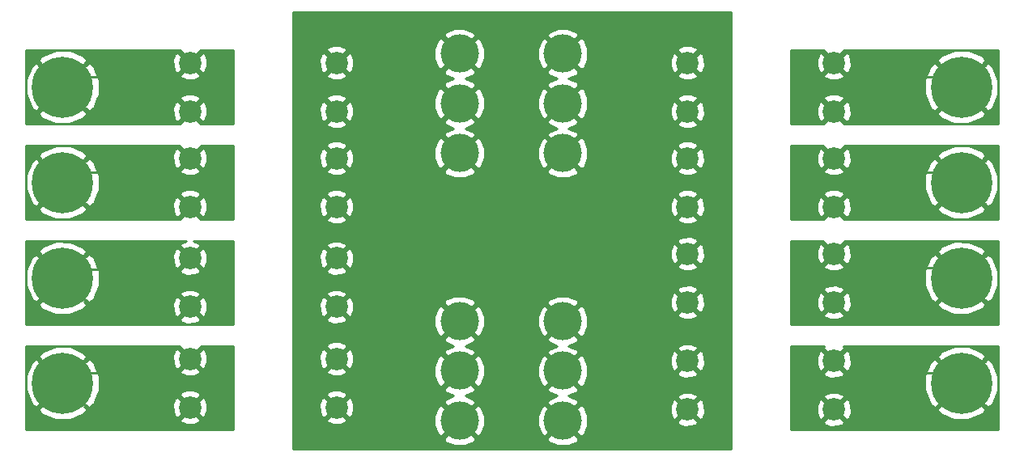
<source format=gbr>
G04 #@! TF.FileFunction,Copper,L2,Bot,Signal*
%FSLAX46Y46*%
G04 Gerber Fmt 4.6, Leading zero omitted, Abs format (unit mm)*
G04 Created by KiCad (PCBNEW 4.0.6-e0-6349~53~ubuntu16.04.1) date Sun Aug 13 20:05:00 2017*
%MOMM*%
%LPD*%
G01*
G04 APERTURE LIST*
%ADD10C,0.100000*%
%ADD11C,2.349500*%
%ADD12C,6.400000*%
%ADD13C,0.600000*%
%ADD14C,4.000000*%
%ADD15C,0.250000*%
%ADD16C,0.254000*%
G04 APERTURE END LIST*
D10*
D11*
X84660640Y-122460000D03*
X84660640Y-127540000D03*
X69339360Y-122460000D03*
X69339360Y-127540000D03*
X84660640Y-132460000D03*
X84660640Y-137540000D03*
X69339360Y-132460000D03*
X69339360Y-137540000D03*
X84660640Y-142920000D03*
X84660640Y-148000000D03*
X69339360Y-142920000D03*
X69339360Y-148000000D03*
X84660640Y-153460000D03*
X84660640Y-158540000D03*
X69339360Y-153460000D03*
X69339360Y-158540000D03*
X121339360Y-158737300D03*
X121339360Y-153657300D03*
X136660640Y-158737300D03*
X136660640Y-153657300D03*
X121339360Y-147540000D03*
X121339360Y-142460000D03*
X136660640Y-147540000D03*
X136660640Y-142460000D03*
X121339360Y-137540000D03*
X121339360Y-132460000D03*
X136660640Y-137540000D03*
X136660640Y-132460000D03*
X121339360Y-127540000D03*
X121339360Y-122460000D03*
X136660640Y-127540000D03*
X136660640Y-122460000D03*
D12*
X56000000Y-125000000D03*
D13*
X58400000Y-125000000D03*
X57697056Y-126697056D03*
X56000000Y-127400000D03*
X54302944Y-126697056D03*
X53600000Y-125000000D03*
X54302944Y-123302944D03*
X56000000Y-122600000D03*
X57697056Y-123302944D03*
D12*
X56000000Y-135000000D03*
D13*
X58400000Y-135000000D03*
X57697056Y-136697056D03*
X56000000Y-137400000D03*
X54302944Y-136697056D03*
X53600000Y-135000000D03*
X54302944Y-133302944D03*
X56000000Y-132600000D03*
X57697056Y-133302944D03*
D12*
X56000000Y-145000000D03*
D13*
X58400000Y-145000000D03*
X57697056Y-146697056D03*
X56000000Y-147400000D03*
X54302944Y-146697056D03*
X53600000Y-145000000D03*
X54302944Y-143302944D03*
X56000000Y-142600000D03*
X57697056Y-143302944D03*
D12*
X56000000Y-156000000D03*
D13*
X58400000Y-156000000D03*
X57697056Y-157697056D03*
X56000000Y-158400000D03*
X54302944Y-157697056D03*
X53600000Y-156000000D03*
X54302944Y-154302944D03*
X56000000Y-153600000D03*
X57697056Y-154302944D03*
D12*
X150000000Y-156000000D03*
D13*
X152400000Y-156000000D03*
X151697056Y-157697056D03*
X150000000Y-158400000D03*
X148302944Y-157697056D03*
X147600000Y-156000000D03*
X148302944Y-154302944D03*
X150000000Y-153600000D03*
X151697056Y-154302944D03*
D12*
X150000000Y-145000000D03*
D13*
X152400000Y-145000000D03*
X151697056Y-146697056D03*
X150000000Y-147400000D03*
X148302944Y-146697056D03*
X147600000Y-145000000D03*
X148302944Y-143302944D03*
X150000000Y-142600000D03*
X151697056Y-143302944D03*
D12*
X150000000Y-135000000D03*
D13*
X152400000Y-135000000D03*
X151697056Y-136697056D03*
X150000000Y-137400000D03*
X148302944Y-136697056D03*
X147600000Y-135000000D03*
X148302944Y-133302944D03*
X150000000Y-132600000D03*
X151697056Y-133302944D03*
D12*
X150000000Y-125000000D03*
D13*
X152400000Y-125000000D03*
X151697056Y-126697056D03*
X150000000Y-127400000D03*
X148302944Y-126697056D03*
X147600000Y-125000000D03*
X148302944Y-123302944D03*
X150000000Y-122600000D03*
X151697056Y-123302944D03*
D14*
X97500000Y-149500000D03*
X108300000Y-149500000D03*
X97500000Y-154710000D03*
X108300000Y-154710000D03*
X97500000Y-159920000D03*
X108300000Y-159920000D03*
X97500000Y-121500000D03*
X108300000Y-121500000D03*
X97500000Y-126710000D03*
X108300000Y-126710000D03*
X97500000Y-131920000D03*
X108300000Y-131920000D03*
D15*
X69339360Y-122460000D02*
X67871415Y-123927945D01*
X67871415Y-123927945D02*
X57072055Y-123927945D01*
X57072055Y-123927945D02*
X56000000Y-125000000D01*
X69339360Y-132460000D02*
X67871415Y-133927945D01*
X67871415Y-133927945D02*
X57072055Y-133927945D01*
X57072055Y-133927945D02*
X56000000Y-135000000D01*
X69339360Y-142920000D02*
X68164611Y-144094749D01*
X68164611Y-144094749D02*
X56905251Y-144094749D01*
X56905251Y-144094749D02*
X56000000Y-145000000D01*
X69339360Y-153460000D02*
X67871415Y-154927945D01*
X67871415Y-154927945D02*
X57072055Y-154927945D01*
X57072055Y-154927945D02*
X56000000Y-156000000D01*
X136660640Y-153657300D02*
X137931285Y-154927945D01*
X137931285Y-154927945D02*
X148927945Y-154927945D01*
X148927945Y-154927945D02*
X150000000Y-156000000D01*
X136660640Y-142460000D02*
X138128585Y-143927945D01*
X138128585Y-143927945D02*
X148927945Y-143927945D01*
X148927945Y-143927945D02*
X150000000Y-145000000D01*
X136660640Y-132460000D02*
X138128585Y-133927945D01*
X138128585Y-133927945D02*
X148927945Y-133927945D01*
X148927945Y-133927945D02*
X150000000Y-135000000D01*
X136660640Y-122460000D02*
X138128585Y-123927945D01*
X138128585Y-123927945D02*
X148927945Y-123927945D01*
X148927945Y-123927945D02*
X150000000Y-125000000D01*
D16*
G36*
X125873000Y-162873000D02*
X80127000Y-162873000D01*
X80127000Y-161795022D01*
X95804584Y-161795022D01*
X96025353Y-162165743D01*
X96997012Y-162559119D01*
X98045247Y-162550713D01*
X98974647Y-162165743D01*
X99195416Y-161795022D01*
X106604584Y-161795022D01*
X106825353Y-162165743D01*
X107797012Y-162559119D01*
X108845247Y-162550713D01*
X109774647Y-162165743D01*
X109995416Y-161795022D01*
X108300000Y-160099605D01*
X106604584Y-161795022D01*
X99195416Y-161795022D01*
X97500000Y-160099605D01*
X95804584Y-161795022D01*
X80127000Y-161795022D01*
X80127000Y-159818920D01*
X83561325Y-159818920D01*
X83681373Y-160103911D01*
X84354398Y-160359614D01*
X85074046Y-160338298D01*
X85639907Y-160103911D01*
X85759955Y-159818920D01*
X84660640Y-158719605D01*
X83561325Y-159818920D01*
X80127000Y-159818920D01*
X80127000Y-158233758D01*
X82841026Y-158233758D01*
X82862342Y-158953406D01*
X83096729Y-159519267D01*
X83381720Y-159639315D01*
X84481035Y-158540000D01*
X84840245Y-158540000D01*
X85939560Y-159639315D01*
X86224551Y-159519267D01*
X86263400Y-159417012D01*
X94860881Y-159417012D01*
X94869287Y-160465247D01*
X95254257Y-161394647D01*
X95624978Y-161615416D01*
X97320395Y-159920000D01*
X97679605Y-159920000D01*
X99375022Y-161615416D01*
X99745743Y-161394647D01*
X100139119Y-160422988D01*
X100131052Y-159417012D01*
X105660881Y-159417012D01*
X105669287Y-160465247D01*
X106054257Y-161394647D01*
X106424978Y-161615416D01*
X108120395Y-159920000D01*
X108479605Y-159920000D01*
X110175022Y-161615416D01*
X110545743Y-161394647D01*
X110939119Y-160422988D01*
X110935858Y-160016220D01*
X120240045Y-160016220D01*
X120360093Y-160301211D01*
X121033118Y-160556914D01*
X121752766Y-160535598D01*
X122318627Y-160301211D01*
X122438675Y-160016220D01*
X121339360Y-158916905D01*
X120240045Y-160016220D01*
X110935858Y-160016220D01*
X110930713Y-159374753D01*
X110545743Y-158445353D01*
X110521739Y-158431058D01*
X119519746Y-158431058D01*
X119541062Y-159150706D01*
X119775449Y-159716567D01*
X120060440Y-159836615D01*
X121159755Y-158737300D01*
X121518965Y-158737300D01*
X122618280Y-159836615D01*
X122903271Y-159716567D01*
X123158974Y-159043542D01*
X123137658Y-158323894D01*
X122903271Y-157758033D01*
X122618280Y-157637985D01*
X121518965Y-158737300D01*
X121159755Y-158737300D01*
X120060440Y-157637985D01*
X119775449Y-157758033D01*
X119519746Y-158431058D01*
X110521739Y-158431058D01*
X110175022Y-158224584D01*
X108479605Y-159920000D01*
X108120395Y-159920000D01*
X106424978Y-158224584D01*
X106054257Y-158445353D01*
X105660881Y-159417012D01*
X100131052Y-159417012D01*
X100130713Y-159374753D01*
X99745743Y-158445353D01*
X99375022Y-158224584D01*
X97679605Y-159920000D01*
X97320395Y-159920000D01*
X95624978Y-158224584D01*
X95254257Y-158445353D01*
X94860881Y-159417012D01*
X86263400Y-159417012D01*
X86480254Y-158846242D01*
X86458938Y-158126594D01*
X86224551Y-157560733D01*
X85939560Y-157440685D01*
X84840245Y-158540000D01*
X84481035Y-158540000D01*
X83381720Y-157440685D01*
X83096729Y-157560733D01*
X82841026Y-158233758D01*
X80127000Y-158233758D01*
X80127000Y-157261080D01*
X83561325Y-157261080D01*
X84660640Y-158360395D01*
X85759955Y-157261080D01*
X85639907Y-156976089D01*
X84966882Y-156720386D01*
X84247234Y-156741702D01*
X83681373Y-156976089D01*
X83561325Y-157261080D01*
X80127000Y-157261080D01*
X80127000Y-156585022D01*
X95804584Y-156585022D01*
X96025353Y-156955743D01*
X96902592Y-157310893D01*
X96025353Y-157674257D01*
X95804584Y-158044978D01*
X97500000Y-159740395D01*
X99195416Y-158044978D01*
X98974647Y-157674257D01*
X98097408Y-157319107D01*
X98974647Y-156955743D01*
X99195416Y-156585022D01*
X106604584Y-156585022D01*
X106825353Y-156955743D01*
X107702592Y-157310893D01*
X106825353Y-157674257D01*
X106604584Y-158044978D01*
X108300000Y-159740395D01*
X109995416Y-158044978D01*
X109774647Y-157674257D01*
X109241420Y-157458380D01*
X120240045Y-157458380D01*
X121339360Y-158557695D01*
X122438675Y-157458380D01*
X122318627Y-157173389D01*
X121645602Y-156917686D01*
X120925954Y-156939002D01*
X120360093Y-157173389D01*
X120240045Y-157458380D01*
X109241420Y-157458380D01*
X108897408Y-157319107D01*
X109774647Y-156955743D01*
X109995416Y-156585022D01*
X108300000Y-154889605D01*
X106604584Y-156585022D01*
X99195416Y-156585022D01*
X97500000Y-154889605D01*
X95804584Y-156585022D01*
X80127000Y-156585022D01*
X80127000Y-154738920D01*
X83561325Y-154738920D01*
X83681373Y-155023911D01*
X84354398Y-155279614D01*
X85074046Y-155258298D01*
X85639907Y-155023911D01*
X85759955Y-154738920D01*
X84660640Y-153639605D01*
X83561325Y-154738920D01*
X80127000Y-154738920D01*
X80127000Y-153153758D01*
X82841026Y-153153758D01*
X82862342Y-153873406D01*
X83096729Y-154439267D01*
X83381720Y-154559315D01*
X84481035Y-153460000D01*
X84840245Y-153460000D01*
X85939560Y-154559315D01*
X86224551Y-154439267D01*
X86312791Y-154207012D01*
X94860881Y-154207012D01*
X94869287Y-155255247D01*
X95254257Y-156184647D01*
X95624978Y-156405416D01*
X97320395Y-154710000D01*
X97679605Y-154710000D01*
X99375022Y-156405416D01*
X99745743Y-156184647D01*
X100139119Y-155212988D01*
X100131052Y-154207012D01*
X105660881Y-154207012D01*
X105669287Y-155255247D01*
X106054257Y-156184647D01*
X106424978Y-156405416D01*
X108120395Y-154710000D01*
X108479605Y-154710000D01*
X110175022Y-156405416D01*
X110545743Y-156184647D01*
X110939119Y-155212988D01*
X110936900Y-154936220D01*
X120240045Y-154936220D01*
X120360093Y-155221211D01*
X121033118Y-155476914D01*
X121752766Y-155455598D01*
X122318627Y-155221211D01*
X122438675Y-154936220D01*
X121339360Y-153836905D01*
X120240045Y-154936220D01*
X110936900Y-154936220D01*
X110930713Y-154164753D01*
X110593670Y-153351058D01*
X119519746Y-153351058D01*
X119541062Y-154070706D01*
X119775449Y-154636567D01*
X120060440Y-154756615D01*
X121159755Y-153657300D01*
X121518965Y-153657300D01*
X122618280Y-154756615D01*
X122903271Y-154636567D01*
X123158974Y-153963542D01*
X123137658Y-153243894D01*
X122903271Y-152678033D01*
X122618280Y-152557985D01*
X121518965Y-153657300D01*
X121159755Y-153657300D01*
X120060440Y-152557985D01*
X119775449Y-152678033D01*
X119519746Y-153351058D01*
X110593670Y-153351058D01*
X110545743Y-153235353D01*
X110175022Y-153014584D01*
X108479605Y-154710000D01*
X108120395Y-154710000D01*
X106424978Y-153014584D01*
X106054257Y-153235353D01*
X105660881Y-154207012D01*
X100131052Y-154207012D01*
X100130713Y-154164753D01*
X99745743Y-153235353D01*
X99375022Y-153014584D01*
X97679605Y-154710000D01*
X97320395Y-154710000D01*
X95624978Y-153014584D01*
X95254257Y-153235353D01*
X94860881Y-154207012D01*
X86312791Y-154207012D01*
X86480254Y-153766242D01*
X86458938Y-153046594D01*
X86224551Y-152480733D01*
X85939560Y-152360685D01*
X84840245Y-153460000D01*
X84481035Y-153460000D01*
X83381720Y-152360685D01*
X83096729Y-152480733D01*
X82841026Y-153153758D01*
X80127000Y-153153758D01*
X80127000Y-152181080D01*
X83561325Y-152181080D01*
X84660640Y-153280395D01*
X85759955Y-152181080D01*
X85639907Y-151896089D01*
X84966882Y-151640386D01*
X84247234Y-151661702D01*
X83681373Y-151896089D01*
X83561325Y-152181080D01*
X80127000Y-152181080D01*
X80127000Y-151375022D01*
X95804584Y-151375022D01*
X96025353Y-151745743D01*
X96902592Y-152100893D01*
X96025353Y-152464257D01*
X95804584Y-152834978D01*
X97500000Y-154530395D01*
X99195416Y-152834978D01*
X98974647Y-152464257D01*
X98097408Y-152109107D01*
X98974647Y-151745743D01*
X99195416Y-151375022D01*
X106604584Y-151375022D01*
X106825353Y-151745743D01*
X107702592Y-152100893D01*
X106825353Y-152464257D01*
X106604584Y-152834978D01*
X108300000Y-154530395D01*
X109995416Y-152834978D01*
X109774647Y-152464257D01*
X109562527Y-152378380D01*
X120240045Y-152378380D01*
X121339360Y-153477695D01*
X122438675Y-152378380D01*
X122318627Y-152093389D01*
X121645602Y-151837686D01*
X120925954Y-151859002D01*
X120360093Y-152093389D01*
X120240045Y-152378380D01*
X109562527Y-152378380D01*
X108897408Y-152109107D01*
X109774647Y-151745743D01*
X109995416Y-151375022D01*
X108300000Y-149679605D01*
X106604584Y-151375022D01*
X99195416Y-151375022D01*
X97500000Y-149679605D01*
X95804584Y-151375022D01*
X80127000Y-151375022D01*
X80127000Y-149278920D01*
X83561325Y-149278920D01*
X83681373Y-149563911D01*
X84354398Y-149819614D01*
X85074046Y-149798298D01*
X85639907Y-149563911D01*
X85759955Y-149278920D01*
X84660640Y-148179605D01*
X83561325Y-149278920D01*
X80127000Y-149278920D01*
X80127000Y-147693758D01*
X82841026Y-147693758D01*
X82862342Y-148413406D01*
X83096729Y-148979267D01*
X83381720Y-149099315D01*
X84481035Y-148000000D01*
X84840245Y-148000000D01*
X85939560Y-149099315D01*
X86182424Y-148997012D01*
X94860881Y-148997012D01*
X94869287Y-150045247D01*
X95254257Y-150974647D01*
X95624978Y-151195416D01*
X97320395Y-149500000D01*
X97679605Y-149500000D01*
X99375022Y-151195416D01*
X99745743Y-150974647D01*
X100139119Y-150002988D01*
X100131052Y-148997012D01*
X105660881Y-148997012D01*
X105669287Y-150045247D01*
X106054257Y-150974647D01*
X106424978Y-151195416D01*
X108120395Y-149500000D01*
X108479605Y-149500000D01*
X110175022Y-151195416D01*
X110545743Y-150974647D01*
X110939119Y-150002988D01*
X110930713Y-148954753D01*
X110874450Y-148818920D01*
X120240045Y-148818920D01*
X120360093Y-149103911D01*
X121033118Y-149359614D01*
X121752766Y-149338298D01*
X122318627Y-149103911D01*
X122438675Y-148818920D01*
X121339360Y-147719605D01*
X120240045Y-148818920D01*
X110874450Y-148818920D01*
X110545743Y-148025353D01*
X110175022Y-147804584D01*
X108479605Y-149500000D01*
X108120395Y-149500000D01*
X106424978Y-147804584D01*
X106054257Y-148025353D01*
X105660881Y-148997012D01*
X100131052Y-148997012D01*
X100130713Y-148954753D01*
X99745743Y-148025353D01*
X99375022Y-147804584D01*
X97679605Y-149500000D01*
X97320395Y-149500000D01*
X95624978Y-147804584D01*
X95254257Y-148025353D01*
X94860881Y-148997012D01*
X86182424Y-148997012D01*
X86224551Y-148979267D01*
X86480254Y-148306242D01*
X86460075Y-147624978D01*
X95804584Y-147624978D01*
X97500000Y-149320395D01*
X99195416Y-147624978D01*
X106604584Y-147624978D01*
X108300000Y-149320395D01*
X109995416Y-147624978D01*
X109774647Y-147254257D01*
X109724014Y-147233758D01*
X119519746Y-147233758D01*
X119541062Y-147953406D01*
X119775449Y-148519267D01*
X120060440Y-148639315D01*
X121159755Y-147540000D01*
X121518965Y-147540000D01*
X122618280Y-148639315D01*
X122903271Y-148519267D01*
X123158974Y-147846242D01*
X123137658Y-147126594D01*
X122903271Y-146560733D01*
X122618280Y-146440685D01*
X121518965Y-147540000D01*
X121159755Y-147540000D01*
X120060440Y-146440685D01*
X119775449Y-146560733D01*
X119519746Y-147233758D01*
X109724014Y-147233758D01*
X108802988Y-146860881D01*
X107754753Y-146869287D01*
X106825353Y-147254257D01*
X106604584Y-147624978D01*
X99195416Y-147624978D01*
X98974647Y-147254257D01*
X98002988Y-146860881D01*
X96954753Y-146869287D01*
X96025353Y-147254257D01*
X95804584Y-147624978D01*
X86460075Y-147624978D01*
X86458938Y-147586594D01*
X86224551Y-147020733D01*
X85939560Y-146900685D01*
X84840245Y-148000000D01*
X84481035Y-148000000D01*
X83381720Y-146900685D01*
X83096729Y-147020733D01*
X82841026Y-147693758D01*
X80127000Y-147693758D01*
X80127000Y-146721080D01*
X83561325Y-146721080D01*
X84660640Y-147820395D01*
X85759955Y-146721080D01*
X85639907Y-146436089D01*
X85179274Y-146261080D01*
X120240045Y-146261080D01*
X121339360Y-147360395D01*
X122438675Y-146261080D01*
X122318627Y-145976089D01*
X121645602Y-145720386D01*
X120925954Y-145741702D01*
X120360093Y-145976089D01*
X120240045Y-146261080D01*
X85179274Y-146261080D01*
X84966882Y-146180386D01*
X84247234Y-146201702D01*
X83681373Y-146436089D01*
X83561325Y-146721080D01*
X80127000Y-146721080D01*
X80127000Y-144198920D01*
X83561325Y-144198920D01*
X83681373Y-144483911D01*
X84354398Y-144739614D01*
X85074046Y-144718298D01*
X85639907Y-144483911D01*
X85759955Y-144198920D01*
X84660640Y-143099605D01*
X83561325Y-144198920D01*
X80127000Y-144198920D01*
X80127000Y-142613758D01*
X82841026Y-142613758D01*
X82862342Y-143333406D01*
X83096729Y-143899267D01*
X83381720Y-144019315D01*
X84481035Y-142920000D01*
X84840245Y-142920000D01*
X85939560Y-144019315D01*
X86224551Y-143899267D01*
X86285471Y-143738920D01*
X120240045Y-143738920D01*
X120360093Y-144023911D01*
X121033118Y-144279614D01*
X121752766Y-144258298D01*
X122318627Y-144023911D01*
X122438675Y-143738920D01*
X121339360Y-142639605D01*
X120240045Y-143738920D01*
X86285471Y-143738920D01*
X86480254Y-143226242D01*
X86458938Y-142506594D01*
X86312789Y-142153758D01*
X119519746Y-142153758D01*
X119541062Y-142873406D01*
X119775449Y-143439267D01*
X120060440Y-143559315D01*
X121159755Y-142460000D01*
X121518965Y-142460000D01*
X122618280Y-143559315D01*
X122903271Y-143439267D01*
X123158974Y-142766242D01*
X123137658Y-142046594D01*
X122903271Y-141480733D01*
X122618280Y-141360685D01*
X121518965Y-142460000D01*
X121159755Y-142460000D01*
X120060440Y-141360685D01*
X119775449Y-141480733D01*
X119519746Y-142153758D01*
X86312789Y-142153758D01*
X86224551Y-141940733D01*
X85939560Y-141820685D01*
X84840245Y-142920000D01*
X84481035Y-142920000D01*
X83381720Y-141820685D01*
X83096729Y-141940733D01*
X82841026Y-142613758D01*
X80127000Y-142613758D01*
X80127000Y-141641080D01*
X83561325Y-141641080D01*
X84660640Y-142740395D01*
X85759955Y-141641080D01*
X85639907Y-141356089D01*
X85179274Y-141181080D01*
X120240045Y-141181080D01*
X121339360Y-142280395D01*
X122438675Y-141181080D01*
X122318627Y-140896089D01*
X121645602Y-140640386D01*
X120925954Y-140661702D01*
X120360093Y-140896089D01*
X120240045Y-141181080D01*
X85179274Y-141181080D01*
X84966882Y-141100386D01*
X84247234Y-141121702D01*
X83681373Y-141356089D01*
X83561325Y-141641080D01*
X80127000Y-141641080D01*
X80127000Y-138818920D01*
X83561325Y-138818920D01*
X83681373Y-139103911D01*
X84354398Y-139359614D01*
X85074046Y-139338298D01*
X85639907Y-139103911D01*
X85759955Y-138818920D01*
X120240045Y-138818920D01*
X120360093Y-139103911D01*
X121033118Y-139359614D01*
X121752766Y-139338298D01*
X122318627Y-139103911D01*
X122438675Y-138818920D01*
X121339360Y-137719605D01*
X120240045Y-138818920D01*
X85759955Y-138818920D01*
X84660640Y-137719605D01*
X83561325Y-138818920D01*
X80127000Y-138818920D01*
X80127000Y-137233758D01*
X82841026Y-137233758D01*
X82862342Y-137953406D01*
X83096729Y-138519267D01*
X83381720Y-138639315D01*
X84481035Y-137540000D01*
X84840245Y-137540000D01*
X85939560Y-138639315D01*
X86224551Y-138519267D01*
X86480254Y-137846242D01*
X86462113Y-137233758D01*
X119519746Y-137233758D01*
X119541062Y-137953406D01*
X119775449Y-138519267D01*
X120060440Y-138639315D01*
X121159755Y-137540000D01*
X121518965Y-137540000D01*
X122618280Y-138639315D01*
X122903271Y-138519267D01*
X123158974Y-137846242D01*
X123137658Y-137126594D01*
X122903271Y-136560733D01*
X122618280Y-136440685D01*
X121518965Y-137540000D01*
X121159755Y-137540000D01*
X120060440Y-136440685D01*
X119775449Y-136560733D01*
X119519746Y-137233758D01*
X86462113Y-137233758D01*
X86458938Y-137126594D01*
X86224551Y-136560733D01*
X85939560Y-136440685D01*
X84840245Y-137540000D01*
X84481035Y-137540000D01*
X83381720Y-136440685D01*
X83096729Y-136560733D01*
X82841026Y-137233758D01*
X80127000Y-137233758D01*
X80127000Y-136261080D01*
X83561325Y-136261080D01*
X84660640Y-137360395D01*
X85759955Y-136261080D01*
X120240045Y-136261080D01*
X121339360Y-137360395D01*
X122438675Y-136261080D01*
X122318627Y-135976089D01*
X121645602Y-135720386D01*
X120925954Y-135741702D01*
X120360093Y-135976089D01*
X120240045Y-136261080D01*
X85759955Y-136261080D01*
X85639907Y-135976089D01*
X84966882Y-135720386D01*
X84247234Y-135741702D01*
X83681373Y-135976089D01*
X83561325Y-136261080D01*
X80127000Y-136261080D01*
X80127000Y-133738920D01*
X83561325Y-133738920D01*
X83681373Y-134023911D01*
X84354398Y-134279614D01*
X85074046Y-134258298D01*
X85639907Y-134023911D01*
X85736322Y-133795022D01*
X95804584Y-133795022D01*
X96025353Y-134165743D01*
X96997012Y-134559119D01*
X98045247Y-134550713D01*
X98974647Y-134165743D01*
X99195416Y-133795022D01*
X106604584Y-133795022D01*
X106825353Y-134165743D01*
X107797012Y-134559119D01*
X108845247Y-134550713D01*
X109774647Y-134165743D01*
X109995416Y-133795022D01*
X109939315Y-133738920D01*
X120240045Y-133738920D01*
X120360093Y-134023911D01*
X121033118Y-134279614D01*
X121752766Y-134258298D01*
X122318627Y-134023911D01*
X122438675Y-133738920D01*
X121339360Y-132639605D01*
X120240045Y-133738920D01*
X109939315Y-133738920D01*
X108300000Y-132099605D01*
X106604584Y-133795022D01*
X99195416Y-133795022D01*
X97500000Y-132099605D01*
X95804584Y-133795022D01*
X85736322Y-133795022D01*
X85759955Y-133738920D01*
X84660640Y-132639605D01*
X83561325Y-133738920D01*
X80127000Y-133738920D01*
X80127000Y-132153758D01*
X82841026Y-132153758D01*
X82862342Y-132873406D01*
X83096729Y-133439267D01*
X83381720Y-133559315D01*
X84481035Y-132460000D01*
X84840245Y-132460000D01*
X85939560Y-133559315D01*
X86224551Y-133439267D01*
X86480254Y-132766242D01*
X86458938Y-132046594D01*
X86224551Y-131480733D01*
X86073279Y-131417012D01*
X94860881Y-131417012D01*
X94869287Y-132465247D01*
X95254257Y-133394647D01*
X95624978Y-133615416D01*
X97320395Y-131920000D01*
X97679605Y-131920000D01*
X99375022Y-133615416D01*
X99745743Y-133394647D01*
X100139119Y-132422988D01*
X100131052Y-131417012D01*
X105660881Y-131417012D01*
X105669287Y-132465247D01*
X106054257Y-133394647D01*
X106424978Y-133615416D01*
X108120395Y-131920000D01*
X108479605Y-131920000D01*
X110175022Y-133615416D01*
X110545743Y-133394647D01*
X110939119Y-132422988D01*
X110936960Y-132153758D01*
X119519746Y-132153758D01*
X119541062Y-132873406D01*
X119775449Y-133439267D01*
X120060440Y-133559315D01*
X121159755Y-132460000D01*
X121518965Y-132460000D01*
X122618280Y-133559315D01*
X122903271Y-133439267D01*
X123158974Y-132766242D01*
X123137658Y-132046594D01*
X122903271Y-131480733D01*
X122618280Y-131360685D01*
X121518965Y-132460000D01*
X121159755Y-132460000D01*
X120060440Y-131360685D01*
X119775449Y-131480733D01*
X119519746Y-132153758D01*
X110936960Y-132153758D01*
X110930713Y-131374753D01*
X110850492Y-131181080D01*
X120240045Y-131181080D01*
X121339360Y-132280395D01*
X122438675Y-131181080D01*
X122318627Y-130896089D01*
X121645602Y-130640386D01*
X120925954Y-130661702D01*
X120360093Y-130896089D01*
X120240045Y-131181080D01*
X110850492Y-131181080D01*
X110545743Y-130445353D01*
X110175022Y-130224584D01*
X108479605Y-131920000D01*
X108120395Y-131920000D01*
X106424978Y-130224584D01*
X106054257Y-130445353D01*
X105660881Y-131417012D01*
X100131052Y-131417012D01*
X100130713Y-131374753D01*
X99745743Y-130445353D01*
X99375022Y-130224584D01*
X97679605Y-131920000D01*
X97320395Y-131920000D01*
X95624978Y-130224584D01*
X95254257Y-130445353D01*
X94860881Y-131417012D01*
X86073279Y-131417012D01*
X85939560Y-131360685D01*
X84840245Y-132460000D01*
X84481035Y-132460000D01*
X83381720Y-131360685D01*
X83096729Y-131480733D01*
X82841026Y-132153758D01*
X80127000Y-132153758D01*
X80127000Y-131181080D01*
X83561325Y-131181080D01*
X84660640Y-132280395D01*
X85759955Y-131181080D01*
X85639907Y-130896089D01*
X84966882Y-130640386D01*
X84247234Y-130661702D01*
X83681373Y-130896089D01*
X83561325Y-131181080D01*
X80127000Y-131181080D01*
X80127000Y-128818920D01*
X83561325Y-128818920D01*
X83681373Y-129103911D01*
X84354398Y-129359614D01*
X85074046Y-129338298D01*
X85639907Y-129103911D01*
X85759955Y-128818920D01*
X84660640Y-127719605D01*
X83561325Y-128818920D01*
X80127000Y-128818920D01*
X80127000Y-127233758D01*
X82841026Y-127233758D01*
X82862342Y-127953406D01*
X83096729Y-128519267D01*
X83381720Y-128639315D01*
X84481035Y-127540000D01*
X84840245Y-127540000D01*
X85939560Y-128639315D01*
X86068450Y-128585022D01*
X95804584Y-128585022D01*
X96025353Y-128955743D01*
X96902592Y-129310893D01*
X96025353Y-129674257D01*
X95804584Y-130044978D01*
X97500000Y-131740395D01*
X99195416Y-130044978D01*
X98974647Y-129674257D01*
X98097408Y-129319107D01*
X98974647Y-128955743D01*
X99195416Y-128585022D01*
X106604584Y-128585022D01*
X106825353Y-128955743D01*
X107702592Y-129310893D01*
X106825353Y-129674257D01*
X106604584Y-130044978D01*
X108300000Y-131740395D01*
X109995416Y-130044978D01*
X109774647Y-129674257D01*
X108897408Y-129319107D01*
X109774647Y-128955743D01*
X109856126Y-128818920D01*
X120240045Y-128818920D01*
X120360093Y-129103911D01*
X121033118Y-129359614D01*
X121752766Y-129338298D01*
X122318627Y-129103911D01*
X122438675Y-128818920D01*
X121339360Y-127719605D01*
X120240045Y-128818920D01*
X109856126Y-128818920D01*
X109995416Y-128585022D01*
X108300000Y-126889605D01*
X106604584Y-128585022D01*
X99195416Y-128585022D01*
X97500000Y-126889605D01*
X95804584Y-128585022D01*
X86068450Y-128585022D01*
X86224551Y-128519267D01*
X86480254Y-127846242D01*
X86458938Y-127126594D01*
X86224551Y-126560733D01*
X85939560Y-126440685D01*
X84840245Y-127540000D01*
X84481035Y-127540000D01*
X83381720Y-126440685D01*
X83096729Y-126560733D01*
X82841026Y-127233758D01*
X80127000Y-127233758D01*
X80127000Y-126261080D01*
X83561325Y-126261080D01*
X84660640Y-127360395D01*
X85759955Y-126261080D01*
X85737180Y-126207012D01*
X94860881Y-126207012D01*
X94869287Y-127255247D01*
X95254257Y-128184647D01*
X95624978Y-128405416D01*
X97320395Y-126710000D01*
X97679605Y-126710000D01*
X99375022Y-128405416D01*
X99745743Y-128184647D01*
X100139119Y-127212988D01*
X100131052Y-126207012D01*
X105660881Y-126207012D01*
X105669287Y-127255247D01*
X106054257Y-128184647D01*
X106424978Y-128405416D01*
X108120395Y-126710000D01*
X108479605Y-126710000D01*
X110175022Y-128405416D01*
X110545743Y-128184647D01*
X110930710Y-127233758D01*
X119519746Y-127233758D01*
X119541062Y-127953406D01*
X119775449Y-128519267D01*
X120060440Y-128639315D01*
X121159755Y-127540000D01*
X121518965Y-127540000D01*
X122618280Y-128639315D01*
X122903271Y-128519267D01*
X123158974Y-127846242D01*
X123137658Y-127126594D01*
X122903271Y-126560733D01*
X122618280Y-126440685D01*
X121518965Y-127540000D01*
X121159755Y-127540000D01*
X120060440Y-126440685D01*
X119775449Y-126560733D01*
X119519746Y-127233758D01*
X110930710Y-127233758D01*
X110939119Y-127212988D01*
X110931486Y-126261080D01*
X120240045Y-126261080D01*
X121339360Y-127360395D01*
X122438675Y-126261080D01*
X122318627Y-125976089D01*
X121645602Y-125720386D01*
X120925954Y-125741702D01*
X120360093Y-125976089D01*
X120240045Y-126261080D01*
X110931486Y-126261080D01*
X110930713Y-126164753D01*
X110545743Y-125235353D01*
X110175022Y-125014584D01*
X108479605Y-126710000D01*
X108120395Y-126710000D01*
X106424978Y-125014584D01*
X106054257Y-125235353D01*
X105660881Y-126207012D01*
X100131052Y-126207012D01*
X100130713Y-126164753D01*
X99745743Y-125235353D01*
X99375022Y-125014584D01*
X97679605Y-126710000D01*
X97320395Y-126710000D01*
X95624978Y-125014584D01*
X95254257Y-125235353D01*
X94860881Y-126207012D01*
X85737180Y-126207012D01*
X85639907Y-125976089D01*
X84966882Y-125720386D01*
X84247234Y-125741702D01*
X83681373Y-125976089D01*
X83561325Y-126261080D01*
X80127000Y-126261080D01*
X80127000Y-123738920D01*
X83561325Y-123738920D01*
X83681373Y-124023911D01*
X84354398Y-124279614D01*
X85074046Y-124258298D01*
X85639907Y-124023911D01*
X85759955Y-123738920D01*
X84660640Y-122639605D01*
X83561325Y-123738920D01*
X80127000Y-123738920D01*
X80127000Y-122153758D01*
X82841026Y-122153758D01*
X82862342Y-122873406D01*
X83096729Y-123439267D01*
X83381720Y-123559315D01*
X84481035Y-122460000D01*
X84840245Y-122460000D01*
X85939560Y-123559315D01*
X86224551Y-123439267D01*
X86248959Y-123375022D01*
X95804584Y-123375022D01*
X96025353Y-123745743D01*
X96902592Y-124100893D01*
X96025353Y-124464257D01*
X95804584Y-124834978D01*
X97500000Y-126530395D01*
X99195416Y-124834978D01*
X98974647Y-124464257D01*
X98097408Y-124109107D01*
X98974647Y-123745743D01*
X99195416Y-123375022D01*
X106604584Y-123375022D01*
X106825353Y-123745743D01*
X107702592Y-124100893D01*
X106825353Y-124464257D01*
X106604584Y-124834978D01*
X108300000Y-126530395D01*
X109995416Y-124834978D01*
X109774647Y-124464257D01*
X108897408Y-124109107D01*
X109774647Y-123745743D01*
X109778710Y-123738920D01*
X120240045Y-123738920D01*
X120360093Y-124023911D01*
X121033118Y-124279614D01*
X121752766Y-124258298D01*
X122318627Y-124023911D01*
X122438675Y-123738920D01*
X121339360Y-122639605D01*
X120240045Y-123738920D01*
X109778710Y-123738920D01*
X109995416Y-123375022D01*
X108300000Y-121679605D01*
X106604584Y-123375022D01*
X99195416Y-123375022D01*
X97500000Y-121679605D01*
X95804584Y-123375022D01*
X86248959Y-123375022D01*
X86480254Y-122766242D01*
X86458938Y-122046594D01*
X86224551Y-121480733D01*
X85939560Y-121360685D01*
X84840245Y-122460000D01*
X84481035Y-122460000D01*
X83381720Y-121360685D01*
X83096729Y-121480733D01*
X82841026Y-122153758D01*
X80127000Y-122153758D01*
X80127000Y-121181080D01*
X83561325Y-121181080D01*
X84660640Y-122280395D01*
X85759955Y-121181080D01*
X85682420Y-120997012D01*
X94860881Y-120997012D01*
X94869287Y-122045247D01*
X95254257Y-122974647D01*
X95624978Y-123195416D01*
X97320395Y-121500000D01*
X97679605Y-121500000D01*
X99375022Y-123195416D01*
X99745743Y-122974647D01*
X100139119Y-122002988D01*
X100131052Y-120997012D01*
X105660881Y-120997012D01*
X105669287Y-122045247D01*
X106054257Y-122974647D01*
X106424978Y-123195416D01*
X108120395Y-121500000D01*
X108479605Y-121500000D01*
X110175022Y-123195416D01*
X110545743Y-122974647D01*
X110878079Y-122153758D01*
X119519746Y-122153758D01*
X119541062Y-122873406D01*
X119775449Y-123439267D01*
X120060440Y-123559315D01*
X121159755Y-122460000D01*
X121518965Y-122460000D01*
X122618280Y-123559315D01*
X122903271Y-123439267D01*
X123158974Y-122766242D01*
X123137658Y-122046594D01*
X122903271Y-121480733D01*
X122618280Y-121360685D01*
X121518965Y-122460000D01*
X121159755Y-122460000D01*
X120060440Y-121360685D01*
X119775449Y-121480733D01*
X119519746Y-122153758D01*
X110878079Y-122153758D01*
X110939119Y-122002988D01*
X110932528Y-121181080D01*
X120240045Y-121181080D01*
X121339360Y-122280395D01*
X122438675Y-121181080D01*
X122318627Y-120896089D01*
X121645602Y-120640386D01*
X120925954Y-120661702D01*
X120360093Y-120896089D01*
X120240045Y-121181080D01*
X110932528Y-121181080D01*
X110930713Y-120954753D01*
X110545743Y-120025353D01*
X110175022Y-119804584D01*
X108479605Y-121500000D01*
X108120395Y-121500000D01*
X106424978Y-119804584D01*
X106054257Y-120025353D01*
X105660881Y-120997012D01*
X100131052Y-120997012D01*
X100130713Y-120954753D01*
X99745743Y-120025353D01*
X99375022Y-119804584D01*
X97679605Y-121500000D01*
X97320395Y-121500000D01*
X95624978Y-119804584D01*
X95254257Y-120025353D01*
X94860881Y-120997012D01*
X85682420Y-120997012D01*
X85639907Y-120896089D01*
X84966882Y-120640386D01*
X84247234Y-120661702D01*
X83681373Y-120896089D01*
X83561325Y-121181080D01*
X80127000Y-121181080D01*
X80127000Y-119624978D01*
X95804584Y-119624978D01*
X97500000Y-121320395D01*
X99195416Y-119624978D01*
X106604584Y-119624978D01*
X108300000Y-121320395D01*
X109995416Y-119624978D01*
X109774647Y-119254257D01*
X108802988Y-118860881D01*
X107754753Y-118869287D01*
X106825353Y-119254257D01*
X106604584Y-119624978D01*
X99195416Y-119624978D01*
X98974647Y-119254257D01*
X98002988Y-118860881D01*
X96954753Y-118869287D01*
X96025353Y-119254257D01*
X95804584Y-119624978D01*
X80127000Y-119624978D01*
X80127000Y-117127000D01*
X125873000Y-117127000D01*
X125873000Y-162873000D01*
X125873000Y-162873000D01*
G37*
X125873000Y-162873000D02*
X80127000Y-162873000D01*
X80127000Y-161795022D01*
X95804584Y-161795022D01*
X96025353Y-162165743D01*
X96997012Y-162559119D01*
X98045247Y-162550713D01*
X98974647Y-162165743D01*
X99195416Y-161795022D01*
X106604584Y-161795022D01*
X106825353Y-162165743D01*
X107797012Y-162559119D01*
X108845247Y-162550713D01*
X109774647Y-162165743D01*
X109995416Y-161795022D01*
X108300000Y-160099605D01*
X106604584Y-161795022D01*
X99195416Y-161795022D01*
X97500000Y-160099605D01*
X95804584Y-161795022D01*
X80127000Y-161795022D01*
X80127000Y-159818920D01*
X83561325Y-159818920D01*
X83681373Y-160103911D01*
X84354398Y-160359614D01*
X85074046Y-160338298D01*
X85639907Y-160103911D01*
X85759955Y-159818920D01*
X84660640Y-158719605D01*
X83561325Y-159818920D01*
X80127000Y-159818920D01*
X80127000Y-158233758D01*
X82841026Y-158233758D01*
X82862342Y-158953406D01*
X83096729Y-159519267D01*
X83381720Y-159639315D01*
X84481035Y-158540000D01*
X84840245Y-158540000D01*
X85939560Y-159639315D01*
X86224551Y-159519267D01*
X86263400Y-159417012D01*
X94860881Y-159417012D01*
X94869287Y-160465247D01*
X95254257Y-161394647D01*
X95624978Y-161615416D01*
X97320395Y-159920000D01*
X97679605Y-159920000D01*
X99375022Y-161615416D01*
X99745743Y-161394647D01*
X100139119Y-160422988D01*
X100131052Y-159417012D01*
X105660881Y-159417012D01*
X105669287Y-160465247D01*
X106054257Y-161394647D01*
X106424978Y-161615416D01*
X108120395Y-159920000D01*
X108479605Y-159920000D01*
X110175022Y-161615416D01*
X110545743Y-161394647D01*
X110939119Y-160422988D01*
X110935858Y-160016220D01*
X120240045Y-160016220D01*
X120360093Y-160301211D01*
X121033118Y-160556914D01*
X121752766Y-160535598D01*
X122318627Y-160301211D01*
X122438675Y-160016220D01*
X121339360Y-158916905D01*
X120240045Y-160016220D01*
X110935858Y-160016220D01*
X110930713Y-159374753D01*
X110545743Y-158445353D01*
X110521739Y-158431058D01*
X119519746Y-158431058D01*
X119541062Y-159150706D01*
X119775449Y-159716567D01*
X120060440Y-159836615D01*
X121159755Y-158737300D01*
X121518965Y-158737300D01*
X122618280Y-159836615D01*
X122903271Y-159716567D01*
X123158974Y-159043542D01*
X123137658Y-158323894D01*
X122903271Y-157758033D01*
X122618280Y-157637985D01*
X121518965Y-158737300D01*
X121159755Y-158737300D01*
X120060440Y-157637985D01*
X119775449Y-157758033D01*
X119519746Y-158431058D01*
X110521739Y-158431058D01*
X110175022Y-158224584D01*
X108479605Y-159920000D01*
X108120395Y-159920000D01*
X106424978Y-158224584D01*
X106054257Y-158445353D01*
X105660881Y-159417012D01*
X100131052Y-159417012D01*
X100130713Y-159374753D01*
X99745743Y-158445353D01*
X99375022Y-158224584D01*
X97679605Y-159920000D01*
X97320395Y-159920000D01*
X95624978Y-158224584D01*
X95254257Y-158445353D01*
X94860881Y-159417012D01*
X86263400Y-159417012D01*
X86480254Y-158846242D01*
X86458938Y-158126594D01*
X86224551Y-157560733D01*
X85939560Y-157440685D01*
X84840245Y-158540000D01*
X84481035Y-158540000D01*
X83381720Y-157440685D01*
X83096729Y-157560733D01*
X82841026Y-158233758D01*
X80127000Y-158233758D01*
X80127000Y-157261080D01*
X83561325Y-157261080D01*
X84660640Y-158360395D01*
X85759955Y-157261080D01*
X85639907Y-156976089D01*
X84966882Y-156720386D01*
X84247234Y-156741702D01*
X83681373Y-156976089D01*
X83561325Y-157261080D01*
X80127000Y-157261080D01*
X80127000Y-156585022D01*
X95804584Y-156585022D01*
X96025353Y-156955743D01*
X96902592Y-157310893D01*
X96025353Y-157674257D01*
X95804584Y-158044978D01*
X97500000Y-159740395D01*
X99195416Y-158044978D01*
X98974647Y-157674257D01*
X98097408Y-157319107D01*
X98974647Y-156955743D01*
X99195416Y-156585022D01*
X106604584Y-156585022D01*
X106825353Y-156955743D01*
X107702592Y-157310893D01*
X106825353Y-157674257D01*
X106604584Y-158044978D01*
X108300000Y-159740395D01*
X109995416Y-158044978D01*
X109774647Y-157674257D01*
X109241420Y-157458380D01*
X120240045Y-157458380D01*
X121339360Y-158557695D01*
X122438675Y-157458380D01*
X122318627Y-157173389D01*
X121645602Y-156917686D01*
X120925954Y-156939002D01*
X120360093Y-157173389D01*
X120240045Y-157458380D01*
X109241420Y-157458380D01*
X108897408Y-157319107D01*
X109774647Y-156955743D01*
X109995416Y-156585022D01*
X108300000Y-154889605D01*
X106604584Y-156585022D01*
X99195416Y-156585022D01*
X97500000Y-154889605D01*
X95804584Y-156585022D01*
X80127000Y-156585022D01*
X80127000Y-154738920D01*
X83561325Y-154738920D01*
X83681373Y-155023911D01*
X84354398Y-155279614D01*
X85074046Y-155258298D01*
X85639907Y-155023911D01*
X85759955Y-154738920D01*
X84660640Y-153639605D01*
X83561325Y-154738920D01*
X80127000Y-154738920D01*
X80127000Y-153153758D01*
X82841026Y-153153758D01*
X82862342Y-153873406D01*
X83096729Y-154439267D01*
X83381720Y-154559315D01*
X84481035Y-153460000D01*
X84840245Y-153460000D01*
X85939560Y-154559315D01*
X86224551Y-154439267D01*
X86312791Y-154207012D01*
X94860881Y-154207012D01*
X94869287Y-155255247D01*
X95254257Y-156184647D01*
X95624978Y-156405416D01*
X97320395Y-154710000D01*
X97679605Y-154710000D01*
X99375022Y-156405416D01*
X99745743Y-156184647D01*
X100139119Y-155212988D01*
X100131052Y-154207012D01*
X105660881Y-154207012D01*
X105669287Y-155255247D01*
X106054257Y-156184647D01*
X106424978Y-156405416D01*
X108120395Y-154710000D01*
X108479605Y-154710000D01*
X110175022Y-156405416D01*
X110545743Y-156184647D01*
X110939119Y-155212988D01*
X110936900Y-154936220D01*
X120240045Y-154936220D01*
X120360093Y-155221211D01*
X121033118Y-155476914D01*
X121752766Y-155455598D01*
X122318627Y-155221211D01*
X122438675Y-154936220D01*
X121339360Y-153836905D01*
X120240045Y-154936220D01*
X110936900Y-154936220D01*
X110930713Y-154164753D01*
X110593670Y-153351058D01*
X119519746Y-153351058D01*
X119541062Y-154070706D01*
X119775449Y-154636567D01*
X120060440Y-154756615D01*
X121159755Y-153657300D01*
X121518965Y-153657300D01*
X122618280Y-154756615D01*
X122903271Y-154636567D01*
X123158974Y-153963542D01*
X123137658Y-153243894D01*
X122903271Y-152678033D01*
X122618280Y-152557985D01*
X121518965Y-153657300D01*
X121159755Y-153657300D01*
X120060440Y-152557985D01*
X119775449Y-152678033D01*
X119519746Y-153351058D01*
X110593670Y-153351058D01*
X110545743Y-153235353D01*
X110175022Y-153014584D01*
X108479605Y-154710000D01*
X108120395Y-154710000D01*
X106424978Y-153014584D01*
X106054257Y-153235353D01*
X105660881Y-154207012D01*
X100131052Y-154207012D01*
X100130713Y-154164753D01*
X99745743Y-153235353D01*
X99375022Y-153014584D01*
X97679605Y-154710000D01*
X97320395Y-154710000D01*
X95624978Y-153014584D01*
X95254257Y-153235353D01*
X94860881Y-154207012D01*
X86312791Y-154207012D01*
X86480254Y-153766242D01*
X86458938Y-153046594D01*
X86224551Y-152480733D01*
X85939560Y-152360685D01*
X84840245Y-153460000D01*
X84481035Y-153460000D01*
X83381720Y-152360685D01*
X83096729Y-152480733D01*
X82841026Y-153153758D01*
X80127000Y-153153758D01*
X80127000Y-152181080D01*
X83561325Y-152181080D01*
X84660640Y-153280395D01*
X85759955Y-152181080D01*
X85639907Y-151896089D01*
X84966882Y-151640386D01*
X84247234Y-151661702D01*
X83681373Y-151896089D01*
X83561325Y-152181080D01*
X80127000Y-152181080D01*
X80127000Y-151375022D01*
X95804584Y-151375022D01*
X96025353Y-151745743D01*
X96902592Y-152100893D01*
X96025353Y-152464257D01*
X95804584Y-152834978D01*
X97500000Y-154530395D01*
X99195416Y-152834978D01*
X98974647Y-152464257D01*
X98097408Y-152109107D01*
X98974647Y-151745743D01*
X99195416Y-151375022D01*
X106604584Y-151375022D01*
X106825353Y-151745743D01*
X107702592Y-152100893D01*
X106825353Y-152464257D01*
X106604584Y-152834978D01*
X108300000Y-154530395D01*
X109995416Y-152834978D01*
X109774647Y-152464257D01*
X109562527Y-152378380D01*
X120240045Y-152378380D01*
X121339360Y-153477695D01*
X122438675Y-152378380D01*
X122318627Y-152093389D01*
X121645602Y-151837686D01*
X120925954Y-151859002D01*
X120360093Y-152093389D01*
X120240045Y-152378380D01*
X109562527Y-152378380D01*
X108897408Y-152109107D01*
X109774647Y-151745743D01*
X109995416Y-151375022D01*
X108300000Y-149679605D01*
X106604584Y-151375022D01*
X99195416Y-151375022D01*
X97500000Y-149679605D01*
X95804584Y-151375022D01*
X80127000Y-151375022D01*
X80127000Y-149278920D01*
X83561325Y-149278920D01*
X83681373Y-149563911D01*
X84354398Y-149819614D01*
X85074046Y-149798298D01*
X85639907Y-149563911D01*
X85759955Y-149278920D01*
X84660640Y-148179605D01*
X83561325Y-149278920D01*
X80127000Y-149278920D01*
X80127000Y-147693758D01*
X82841026Y-147693758D01*
X82862342Y-148413406D01*
X83096729Y-148979267D01*
X83381720Y-149099315D01*
X84481035Y-148000000D01*
X84840245Y-148000000D01*
X85939560Y-149099315D01*
X86182424Y-148997012D01*
X94860881Y-148997012D01*
X94869287Y-150045247D01*
X95254257Y-150974647D01*
X95624978Y-151195416D01*
X97320395Y-149500000D01*
X97679605Y-149500000D01*
X99375022Y-151195416D01*
X99745743Y-150974647D01*
X100139119Y-150002988D01*
X100131052Y-148997012D01*
X105660881Y-148997012D01*
X105669287Y-150045247D01*
X106054257Y-150974647D01*
X106424978Y-151195416D01*
X108120395Y-149500000D01*
X108479605Y-149500000D01*
X110175022Y-151195416D01*
X110545743Y-150974647D01*
X110939119Y-150002988D01*
X110930713Y-148954753D01*
X110874450Y-148818920D01*
X120240045Y-148818920D01*
X120360093Y-149103911D01*
X121033118Y-149359614D01*
X121752766Y-149338298D01*
X122318627Y-149103911D01*
X122438675Y-148818920D01*
X121339360Y-147719605D01*
X120240045Y-148818920D01*
X110874450Y-148818920D01*
X110545743Y-148025353D01*
X110175022Y-147804584D01*
X108479605Y-149500000D01*
X108120395Y-149500000D01*
X106424978Y-147804584D01*
X106054257Y-148025353D01*
X105660881Y-148997012D01*
X100131052Y-148997012D01*
X100130713Y-148954753D01*
X99745743Y-148025353D01*
X99375022Y-147804584D01*
X97679605Y-149500000D01*
X97320395Y-149500000D01*
X95624978Y-147804584D01*
X95254257Y-148025353D01*
X94860881Y-148997012D01*
X86182424Y-148997012D01*
X86224551Y-148979267D01*
X86480254Y-148306242D01*
X86460075Y-147624978D01*
X95804584Y-147624978D01*
X97500000Y-149320395D01*
X99195416Y-147624978D01*
X106604584Y-147624978D01*
X108300000Y-149320395D01*
X109995416Y-147624978D01*
X109774647Y-147254257D01*
X109724014Y-147233758D01*
X119519746Y-147233758D01*
X119541062Y-147953406D01*
X119775449Y-148519267D01*
X120060440Y-148639315D01*
X121159755Y-147540000D01*
X121518965Y-147540000D01*
X122618280Y-148639315D01*
X122903271Y-148519267D01*
X123158974Y-147846242D01*
X123137658Y-147126594D01*
X122903271Y-146560733D01*
X122618280Y-146440685D01*
X121518965Y-147540000D01*
X121159755Y-147540000D01*
X120060440Y-146440685D01*
X119775449Y-146560733D01*
X119519746Y-147233758D01*
X109724014Y-147233758D01*
X108802988Y-146860881D01*
X107754753Y-146869287D01*
X106825353Y-147254257D01*
X106604584Y-147624978D01*
X99195416Y-147624978D01*
X98974647Y-147254257D01*
X98002988Y-146860881D01*
X96954753Y-146869287D01*
X96025353Y-147254257D01*
X95804584Y-147624978D01*
X86460075Y-147624978D01*
X86458938Y-147586594D01*
X86224551Y-147020733D01*
X85939560Y-146900685D01*
X84840245Y-148000000D01*
X84481035Y-148000000D01*
X83381720Y-146900685D01*
X83096729Y-147020733D01*
X82841026Y-147693758D01*
X80127000Y-147693758D01*
X80127000Y-146721080D01*
X83561325Y-146721080D01*
X84660640Y-147820395D01*
X85759955Y-146721080D01*
X85639907Y-146436089D01*
X85179274Y-146261080D01*
X120240045Y-146261080D01*
X121339360Y-147360395D01*
X122438675Y-146261080D01*
X122318627Y-145976089D01*
X121645602Y-145720386D01*
X120925954Y-145741702D01*
X120360093Y-145976089D01*
X120240045Y-146261080D01*
X85179274Y-146261080D01*
X84966882Y-146180386D01*
X84247234Y-146201702D01*
X83681373Y-146436089D01*
X83561325Y-146721080D01*
X80127000Y-146721080D01*
X80127000Y-144198920D01*
X83561325Y-144198920D01*
X83681373Y-144483911D01*
X84354398Y-144739614D01*
X85074046Y-144718298D01*
X85639907Y-144483911D01*
X85759955Y-144198920D01*
X84660640Y-143099605D01*
X83561325Y-144198920D01*
X80127000Y-144198920D01*
X80127000Y-142613758D01*
X82841026Y-142613758D01*
X82862342Y-143333406D01*
X83096729Y-143899267D01*
X83381720Y-144019315D01*
X84481035Y-142920000D01*
X84840245Y-142920000D01*
X85939560Y-144019315D01*
X86224551Y-143899267D01*
X86285471Y-143738920D01*
X120240045Y-143738920D01*
X120360093Y-144023911D01*
X121033118Y-144279614D01*
X121752766Y-144258298D01*
X122318627Y-144023911D01*
X122438675Y-143738920D01*
X121339360Y-142639605D01*
X120240045Y-143738920D01*
X86285471Y-143738920D01*
X86480254Y-143226242D01*
X86458938Y-142506594D01*
X86312789Y-142153758D01*
X119519746Y-142153758D01*
X119541062Y-142873406D01*
X119775449Y-143439267D01*
X120060440Y-143559315D01*
X121159755Y-142460000D01*
X121518965Y-142460000D01*
X122618280Y-143559315D01*
X122903271Y-143439267D01*
X123158974Y-142766242D01*
X123137658Y-142046594D01*
X122903271Y-141480733D01*
X122618280Y-141360685D01*
X121518965Y-142460000D01*
X121159755Y-142460000D01*
X120060440Y-141360685D01*
X119775449Y-141480733D01*
X119519746Y-142153758D01*
X86312789Y-142153758D01*
X86224551Y-141940733D01*
X85939560Y-141820685D01*
X84840245Y-142920000D01*
X84481035Y-142920000D01*
X83381720Y-141820685D01*
X83096729Y-141940733D01*
X82841026Y-142613758D01*
X80127000Y-142613758D01*
X80127000Y-141641080D01*
X83561325Y-141641080D01*
X84660640Y-142740395D01*
X85759955Y-141641080D01*
X85639907Y-141356089D01*
X85179274Y-141181080D01*
X120240045Y-141181080D01*
X121339360Y-142280395D01*
X122438675Y-141181080D01*
X122318627Y-140896089D01*
X121645602Y-140640386D01*
X120925954Y-140661702D01*
X120360093Y-140896089D01*
X120240045Y-141181080D01*
X85179274Y-141181080D01*
X84966882Y-141100386D01*
X84247234Y-141121702D01*
X83681373Y-141356089D01*
X83561325Y-141641080D01*
X80127000Y-141641080D01*
X80127000Y-138818920D01*
X83561325Y-138818920D01*
X83681373Y-139103911D01*
X84354398Y-139359614D01*
X85074046Y-139338298D01*
X85639907Y-139103911D01*
X85759955Y-138818920D01*
X120240045Y-138818920D01*
X120360093Y-139103911D01*
X121033118Y-139359614D01*
X121752766Y-139338298D01*
X122318627Y-139103911D01*
X122438675Y-138818920D01*
X121339360Y-137719605D01*
X120240045Y-138818920D01*
X85759955Y-138818920D01*
X84660640Y-137719605D01*
X83561325Y-138818920D01*
X80127000Y-138818920D01*
X80127000Y-137233758D01*
X82841026Y-137233758D01*
X82862342Y-137953406D01*
X83096729Y-138519267D01*
X83381720Y-138639315D01*
X84481035Y-137540000D01*
X84840245Y-137540000D01*
X85939560Y-138639315D01*
X86224551Y-138519267D01*
X86480254Y-137846242D01*
X86462113Y-137233758D01*
X119519746Y-137233758D01*
X119541062Y-137953406D01*
X119775449Y-138519267D01*
X120060440Y-138639315D01*
X121159755Y-137540000D01*
X121518965Y-137540000D01*
X122618280Y-138639315D01*
X122903271Y-138519267D01*
X123158974Y-137846242D01*
X123137658Y-137126594D01*
X122903271Y-136560733D01*
X122618280Y-136440685D01*
X121518965Y-137540000D01*
X121159755Y-137540000D01*
X120060440Y-136440685D01*
X119775449Y-136560733D01*
X119519746Y-137233758D01*
X86462113Y-137233758D01*
X86458938Y-137126594D01*
X86224551Y-136560733D01*
X85939560Y-136440685D01*
X84840245Y-137540000D01*
X84481035Y-137540000D01*
X83381720Y-136440685D01*
X83096729Y-136560733D01*
X82841026Y-137233758D01*
X80127000Y-137233758D01*
X80127000Y-136261080D01*
X83561325Y-136261080D01*
X84660640Y-137360395D01*
X85759955Y-136261080D01*
X120240045Y-136261080D01*
X121339360Y-137360395D01*
X122438675Y-136261080D01*
X122318627Y-135976089D01*
X121645602Y-135720386D01*
X120925954Y-135741702D01*
X120360093Y-135976089D01*
X120240045Y-136261080D01*
X85759955Y-136261080D01*
X85639907Y-135976089D01*
X84966882Y-135720386D01*
X84247234Y-135741702D01*
X83681373Y-135976089D01*
X83561325Y-136261080D01*
X80127000Y-136261080D01*
X80127000Y-133738920D01*
X83561325Y-133738920D01*
X83681373Y-134023911D01*
X84354398Y-134279614D01*
X85074046Y-134258298D01*
X85639907Y-134023911D01*
X85736322Y-133795022D01*
X95804584Y-133795022D01*
X96025353Y-134165743D01*
X96997012Y-134559119D01*
X98045247Y-134550713D01*
X98974647Y-134165743D01*
X99195416Y-133795022D01*
X106604584Y-133795022D01*
X106825353Y-134165743D01*
X107797012Y-134559119D01*
X108845247Y-134550713D01*
X109774647Y-134165743D01*
X109995416Y-133795022D01*
X109939315Y-133738920D01*
X120240045Y-133738920D01*
X120360093Y-134023911D01*
X121033118Y-134279614D01*
X121752766Y-134258298D01*
X122318627Y-134023911D01*
X122438675Y-133738920D01*
X121339360Y-132639605D01*
X120240045Y-133738920D01*
X109939315Y-133738920D01*
X108300000Y-132099605D01*
X106604584Y-133795022D01*
X99195416Y-133795022D01*
X97500000Y-132099605D01*
X95804584Y-133795022D01*
X85736322Y-133795022D01*
X85759955Y-133738920D01*
X84660640Y-132639605D01*
X83561325Y-133738920D01*
X80127000Y-133738920D01*
X80127000Y-132153758D01*
X82841026Y-132153758D01*
X82862342Y-132873406D01*
X83096729Y-133439267D01*
X83381720Y-133559315D01*
X84481035Y-132460000D01*
X84840245Y-132460000D01*
X85939560Y-133559315D01*
X86224551Y-133439267D01*
X86480254Y-132766242D01*
X86458938Y-132046594D01*
X86224551Y-131480733D01*
X86073279Y-131417012D01*
X94860881Y-131417012D01*
X94869287Y-132465247D01*
X95254257Y-133394647D01*
X95624978Y-133615416D01*
X97320395Y-131920000D01*
X97679605Y-131920000D01*
X99375022Y-133615416D01*
X99745743Y-133394647D01*
X100139119Y-132422988D01*
X100131052Y-131417012D01*
X105660881Y-131417012D01*
X105669287Y-132465247D01*
X106054257Y-133394647D01*
X106424978Y-133615416D01*
X108120395Y-131920000D01*
X108479605Y-131920000D01*
X110175022Y-133615416D01*
X110545743Y-133394647D01*
X110939119Y-132422988D01*
X110936960Y-132153758D01*
X119519746Y-132153758D01*
X119541062Y-132873406D01*
X119775449Y-133439267D01*
X120060440Y-133559315D01*
X121159755Y-132460000D01*
X121518965Y-132460000D01*
X122618280Y-133559315D01*
X122903271Y-133439267D01*
X123158974Y-132766242D01*
X123137658Y-132046594D01*
X122903271Y-131480733D01*
X122618280Y-131360685D01*
X121518965Y-132460000D01*
X121159755Y-132460000D01*
X120060440Y-131360685D01*
X119775449Y-131480733D01*
X119519746Y-132153758D01*
X110936960Y-132153758D01*
X110930713Y-131374753D01*
X110850492Y-131181080D01*
X120240045Y-131181080D01*
X121339360Y-132280395D01*
X122438675Y-131181080D01*
X122318627Y-130896089D01*
X121645602Y-130640386D01*
X120925954Y-130661702D01*
X120360093Y-130896089D01*
X120240045Y-131181080D01*
X110850492Y-131181080D01*
X110545743Y-130445353D01*
X110175022Y-130224584D01*
X108479605Y-131920000D01*
X108120395Y-131920000D01*
X106424978Y-130224584D01*
X106054257Y-130445353D01*
X105660881Y-131417012D01*
X100131052Y-131417012D01*
X100130713Y-131374753D01*
X99745743Y-130445353D01*
X99375022Y-130224584D01*
X97679605Y-131920000D01*
X97320395Y-131920000D01*
X95624978Y-130224584D01*
X95254257Y-130445353D01*
X94860881Y-131417012D01*
X86073279Y-131417012D01*
X85939560Y-131360685D01*
X84840245Y-132460000D01*
X84481035Y-132460000D01*
X83381720Y-131360685D01*
X83096729Y-131480733D01*
X82841026Y-132153758D01*
X80127000Y-132153758D01*
X80127000Y-131181080D01*
X83561325Y-131181080D01*
X84660640Y-132280395D01*
X85759955Y-131181080D01*
X85639907Y-130896089D01*
X84966882Y-130640386D01*
X84247234Y-130661702D01*
X83681373Y-130896089D01*
X83561325Y-131181080D01*
X80127000Y-131181080D01*
X80127000Y-128818920D01*
X83561325Y-128818920D01*
X83681373Y-129103911D01*
X84354398Y-129359614D01*
X85074046Y-129338298D01*
X85639907Y-129103911D01*
X85759955Y-128818920D01*
X84660640Y-127719605D01*
X83561325Y-128818920D01*
X80127000Y-128818920D01*
X80127000Y-127233758D01*
X82841026Y-127233758D01*
X82862342Y-127953406D01*
X83096729Y-128519267D01*
X83381720Y-128639315D01*
X84481035Y-127540000D01*
X84840245Y-127540000D01*
X85939560Y-128639315D01*
X86068450Y-128585022D01*
X95804584Y-128585022D01*
X96025353Y-128955743D01*
X96902592Y-129310893D01*
X96025353Y-129674257D01*
X95804584Y-130044978D01*
X97500000Y-131740395D01*
X99195416Y-130044978D01*
X98974647Y-129674257D01*
X98097408Y-129319107D01*
X98974647Y-128955743D01*
X99195416Y-128585022D01*
X106604584Y-128585022D01*
X106825353Y-128955743D01*
X107702592Y-129310893D01*
X106825353Y-129674257D01*
X106604584Y-130044978D01*
X108300000Y-131740395D01*
X109995416Y-130044978D01*
X109774647Y-129674257D01*
X108897408Y-129319107D01*
X109774647Y-128955743D01*
X109856126Y-128818920D01*
X120240045Y-128818920D01*
X120360093Y-129103911D01*
X121033118Y-129359614D01*
X121752766Y-129338298D01*
X122318627Y-129103911D01*
X122438675Y-128818920D01*
X121339360Y-127719605D01*
X120240045Y-128818920D01*
X109856126Y-128818920D01*
X109995416Y-128585022D01*
X108300000Y-126889605D01*
X106604584Y-128585022D01*
X99195416Y-128585022D01*
X97500000Y-126889605D01*
X95804584Y-128585022D01*
X86068450Y-128585022D01*
X86224551Y-128519267D01*
X86480254Y-127846242D01*
X86458938Y-127126594D01*
X86224551Y-126560733D01*
X85939560Y-126440685D01*
X84840245Y-127540000D01*
X84481035Y-127540000D01*
X83381720Y-126440685D01*
X83096729Y-126560733D01*
X82841026Y-127233758D01*
X80127000Y-127233758D01*
X80127000Y-126261080D01*
X83561325Y-126261080D01*
X84660640Y-127360395D01*
X85759955Y-126261080D01*
X85737180Y-126207012D01*
X94860881Y-126207012D01*
X94869287Y-127255247D01*
X95254257Y-128184647D01*
X95624978Y-128405416D01*
X97320395Y-126710000D01*
X97679605Y-126710000D01*
X99375022Y-128405416D01*
X99745743Y-128184647D01*
X100139119Y-127212988D01*
X100131052Y-126207012D01*
X105660881Y-126207012D01*
X105669287Y-127255247D01*
X106054257Y-128184647D01*
X106424978Y-128405416D01*
X108120395Y-126710000D01*
X108479605Y-126710000D01*
X110175022Y-128405416D01*
X110545743Y-128184647D01*
X110930710Y-127233758D01*
X119519746Y-127233758D01*
X119541062Y-127953406D01*
X119775449Y-128519267D01*
X120060440Y-128639315D01*
X121159755Y-127540000D01*
X121518965Y-127540000D01*
X122618280Y-128639315D01*
X122903271Y-128519267D01*
X123158974Y-127846242D01*
X123137658Y-127126594D01*
X122903271Y-126560733D01*
X122618280Y-126440685D01*
X121518965Y-127540000D01*
X121159755Y-127540000D01*
X120060440Y-126440685D01*
X119775449Y-126560733D01*
X119519746Y-127233758D01*
X110930710Y-127233758D01*
X110939119Y-127212988D01*
X110931486Y-126261080D01*
X120240045Y-126261080D01*
X121339360Y-127360395D01*
X122438675Y-126261080D01*
X122318627Y-125976089D01*
X121645602Y-125720386D01*
X120925954Y-125741702D01*
X120360093Y-125976089D01*
X120240045Y-126261080D01*
X110931486Y-126261080D01*
X110930713Y-126164753D01*
X110545743Y-125235353D01*
X110175022Y-125014584D01*
X108479605Y-126710000D01*
X108120395Y-126710000D01*
X106424978Y-125014584D01*
X106054257Y-125235353D01*
X105660881Y-126207012D01*
X100131052Y-126207012D01*
X100130713Y-126164753D01*
X99745743Y-125235353D01*
X99375022Y-125014584D01*
X97679605Y-126710000D01*
X97320395Y-126710000D01*
X95624978Y-125014584D01*
X95254257Y-125235353D01*
X94860881Y-126207012D01*
X85737180Y-126207012D01*
X85639907Y-125976089D01*
X84966882Y-125720386D01*
X84247234Y-125741702D01*
X83681373Y-125976089D01*
X83561325Y-126261080D01*
X80127000Y-126261080D01*
X80127000Y-123738920D01*
X83561325Y-123738920D01*
X83681373Y-124023911D01*
X84354398Y-124279614D01*
X85074046Y-124258298D01*
X85639907Y-124023911D01*
X85759955Y-123738920D01*
X84660640Y-122639605D01*
X83561325Y-123738920D01*
X80127000Y-123738920D01*
X80127000Y-122153758D01*
X82841026Y-122153758D01*
X82862342Y-122873406D01*
X83096729Y-123439267D01*
X83381720Y-123559315D01*
X84481035Y-122460000D01*
X84840245Y-122460000D01*
X85939560Y-123559315D01*
X86224551Y-123439267D01*
X86248959Y-123375022D01*
X95804584Y-123375022D01*
X96025353Y-123745743D01*
X96902592Y-124100893D01*
X96025353Y-124464257D01*
X95804584Y-124834978D01*
X97500000Y-126530395D01*
X99195416Y-124834978D01*
X98974647Y-124464257D01*
X98097408Y-124109107D01*
X98974647Y-123745743D01*
X99195416Y-123375022D01*
X106604584Y-123375022D01*
X106825353Y-123745743D01*
X107702592Y-124100893D01*
X106825353Y-124464257D01*
X106604584Y-124834978D01*
X108300000Y-126530395D01*
X109995416Y-124834978D01*
X109774647Y-124464257D01*
X108897408Y-124109107D01*
X109774647Y-123745743D01*
X109778710Y-123738920D01*
X120240045Y-123738920D01*
X120360093Y-124023911D01*
X121033118Y-124279614D01*
X121752766Y-124258298D01*
X122318627Y-124023911D01*
X122438675Y-123738920D01*
X121339360Y-122639605D01*
X120240045Y-123738920D01*
X109778710Y-123738920D01*
X109995416Y-123375022D01*
X108300000Y-121679605D01*
X106604584Y-123375022D01*
X99195416Y-123375022D01*
X97500000Y-121679605D01*
X95804584Y-123375022D01*
X86248959Y-123375022D01*
X86480254Y-122766242D01*
X86458938Y-122046594D01*
X86224551Y-121480733D01*
X85939560Y-121360685D01*
X84840245Y-122460000D01*
X84481035Y-122460000D01*
X83381720Y-121360685D01*
X83096729Y-121480733D01*
X82841026Y-122153758D01*
X80127000Y-122153758D01*
X80127000Y-121181080D01*
X83561325Y-121181080D01*
X84660640Y-122280395D01*
X85759955Y-121181080D01*
X85682420Y-120997012D01*
X94860881Y-120997012D01*
X94869287Y-122045247D01*
X95254257Y-122974647D01*
X95624978Y-123195416D01*
X97320395Y-121500000D01*
X97679605Y-121500000D01*
X99375022Y-123195416D01*
X99745743Y-122974647D01*
X100139119Y-122002988D01*
X100131052Y-120997012D01*
X105660881Y-120997012D01*
X105669287Y-122045247D01*
X106054257Y-122974647D01*
X106424978Y-123195416D01*
X108120395Y-121500000D01*
X108479605Y-121500000D01*
X110175022Y-123195416D01*
X110545743Y-122974647D01*
X110878079Y-122153758D01*
X119519746Y-122153758D01*
X119541062Y-122873406D01*
X119775449Y-123439267D01*
X120060440Y-123559315D01*
X121159755Y-122460000D01*
X121518965Y-122460000D01*
X122618280Y-123559315D01*
X122903271Y-123439267D01*
X123158974Y-122766242D01*
X123137658Y-122046594D01*
X122903271Y-121480733D01*
X122618280Y-121360685D01*
X121518965Y-122460000D01*
X121159755Y-122460000D01*
X120060440Y-121360685D01*
X119775449Y-121480733D01*
X119519746Y-122153758D01*
X110878079Y-122153758D01*
X110939119Y-122002988D01*
X110932528Y-121181080D01*
X120240045Y-121181080D01*
X121339360Y-122280395D01*
X122438675Y-121181080D01*
X122318627Y-120896089D01*
X121645602Y-120640386D01*
X120925954Y-120661702D01*
X120360093Y-120896089D01*
X120240045Y-121181080D01*
X110932528Y-121181080D01*
X110930713Y-120954753D01*
X110545743Y-120025353D01*
X110175022Y-119804584D01*
X108479605Y-121500000D01*
X108120395Y-121500000D01*
X106424978Y-119804584D01*
X106054257Y-120025353D01*
X105660881Y-120997012D01*
X100131052Y-120997012D01*
X100130713Y-120954753D01*
X99745743Y-120025353D01*
X99375022Y-119804584D01*
X97679605Y-121500000D01*
X97320395Y-121500000D01*
X95624978Y-119804584D01*
X95254257Y-120025353D01*
X94860881Y-120997012D01*
X85682420Y-120997012D01*
X85639907Y-120896089D01*
X84966882Y-120640386D01*
X84247234Y-120661702D01*
X83681373Y-120896089D01*
X83561325Y-121181080D01*
X80127000Y-121181080D01*
X80127000Y-119624978D01*
X95804584Y-119624978D01*
X97500000Y-121320395D01*
X99195416Y-119624978D01*
X106604584Y-119624978D01*
X108300000Y-121320395D01*
X109995416Y-119624978D01*
X109774647Y-119254257D01*
X108802988Y-118860881D01*
X107754753Y-118869287D01*
X106825353Y-119254257D01*
X106604584Y-119624978D01*
X99195416Y-119624978D01*
X98974647Y-119254257D01*
X98002988Y-118860881D01*
X96954753Y-118869287D01*
X96025353Y-119254257D01*
X95804584Y-119624978D01*
X80127000Y-119624978D01*
X80127000Y-117127000D01*
X125873000Y-117127000D01*
X125873000Y-162873000D01*
G36*
X68240045Y-121181080D02*
X69339360Y-122280395D01*
X70438675Y-121181080D01*
X70415895Y-121127000D01*
X73873000Y-121127000D01*
X73873000Y-128873000D01*
X70415895Y-128873000D01*
X70438675Y-128818920D01*
X69339360Y-127719605D01*
X68240045Y-128818920D01*
X68262825Y-128873000D01*
X52127000Y-128873000D01*
X52127000Y-125736793D01*
X52159913Y-125736793D01*
X52734181Y-127150246D01*
X52763657Y-127194360D01*
X53259090Y-127561305D01*
X53552075Y-127268320D01*
X53731523Y-127448082D01*
X53438695Y-127740910D01*
X53805640Y-128236343D01*
X55211171Y-128829736D01*
X56736793Y-128840087D01*
X58150246Y-128265819D01*
X58194360Y-128236343D01*
X58561305Y-127740910D01*
X58268320Y-127447925D01*
X58448082Y-127268477D01*
X58740910Y-127561305D01*
X59183149Y-127233758D01*
X67519746Y-127233758D01*
X67541062Y-127953406D01*
X67775449Y-128519267D01*
X68060440Y-128639315D01*
X69159755Y-127540000D01*
X69518965Y-127540000D01*
X70618280Y-128639315D01*
X70903271Y-128519267D01*
X71158974Y-127846242D01*
X71137658Y-127126594D01*
X70903271Y-126560733D01*
X70618280Y-126440685D01*
X69518965Y-127540000D01*
X69159755Y-127540000D01*
X68060440Y-126440685D01*
X67775449Y-126560733D01*
X67519746Y-127233758D01*
X59183149Y-127233758D01*
X59236343Y-127194360D01*
X59630359Y-126261080D01*
X68240045Y-126261080D01*
X69339360Y-127360395D01*
X70438675Y-126261080D01*
X70318627Y-125976089D01*
X69645602Y-125720386D01*
X68925954Y-125741702D01*
X68360093Y-125976089D01*
X68240045Y-126261080D01*
X59630359Y-126261080D01*
X59829736Y-125788829D01*
X59840087Y-124263207D01*
X59627076Y-123738920D01*
X68240045Y-123738920D01*
X68360093Y-124023911D01*
X69033118Y-124279614D01*
X69752766Y-124258298D01*
X70318627Y-124023911D01*
X70438675Y-123738920D01*
X69339360Y-122639605D01*
X68240045Y-123738920D01*
X59627076Y-123738920D01*
X59265819Y-122849754D01*
X59236343Y-122805640D01*
X58740910Y-122438695D01*
X58447925Y-122731680D01*
X58268477Y-122551918D01*
X58561305Y-122259090D01*
X58483291Y-122153758D01*
X67519746Y-122153758D01*
X67541062Y-122873406D01*
X67775449Y-123439267D01*
X68060440Y-123559315D01*
X69159755Y-122460000D01*
X69518965Y-122460000D01*
X70618280Y-123559315D01*
X70903271Y-123439267D01*
X71158974Y-122766242D01*
X71137658Y-122046594D01*
X70903271Y-121480733D01*
X70618280Y-121360685D01*
X69518965Y-122460000D01*
X69159755Y-122460000D01*
X68060440Y-121360685D01*
X67775449Y-121480733D01*
X67519746Y-122153758D01*
X58483291Y-122153758D01*
X58194360Y-121763657D01*
X56788829Y-121170264D01*
X55263207Y-121159913D01*
X53849754Y-121734181D01*
X53805640Y-121763657D01*
X53438695Y-122259090D01*
X53731680Y-122552075D01*
X53551918Y-122731523D01*
X53259090Y-122438695D01*
X52763657Y-122805640D01*
X52170264Y-124211171D01*
X52159913Y-125736793D01*
X52127000Y-125736793D01*
X52127000Y-121127000D01*
X68262825Y-121127000D01*
X68240045Y-121181080D01*
X68240045Y-121181080D01*
G37*
X68240045Y-121181080D02*
X69339360Y-122280395D01*
X70438675Y-121181080D01*
X70415895Y-121127000D01*
X73873000Y-121127000D01*
X73873000Y-128873000D01*
X70415895Y-128873000D01*
X70438675Y-128818920D01*
X69339360Y-127719605D01*
X68240045Y-128818920D01*
X68262825Y-128873000D01*
X52127000Y-128873000D01*
X52127000Y-125736793D01*
X52159913Y-125736793D01*
X52734181Y-127150246D01*
X52763657Y-127194360D01*
X53259090Y-127561305D01*
X53552075Y-127268320D01*
X53731523Y-127448082D01*
X53438695Y-127740910D01*
X53805640Y-128236343D01*
X55211171Y-128829736D01*
X56736793Y-128840087D01*
X58150246Y-128265819D01*
X58194360Y-128236343D01*
X58561305Y-127740910D01*
X58268320Y-127447925D01*
X58448082Y-127268477D01*
X58740910Y-127561305D01*
X59183149Y-127233758D01*
X67519746Y-127233758D01*
X67541062Y-127953406D01*
X67775449Y-128519267D01*
X68060440Y-128639315D01*
X69159755Y-127540000D01*
X69518965Y-127540000D01*
X70618280Y-128639315D01*
X70903271Y-128519267D01*
X71158974Y-127846242D01*
X71137658Y-127126594D01*
X70903271Y-126560733D01*
X70618280Y-126440685D01*
X69518965Y-127540000D01*
X69159755Y-127540000D01*
X68060440Y-126440685D01*
X67775449Y-126560733D01*
X67519746Y-127233758D01*
X59183149Y-127233758D01*
X59236343Y-127194360D01*
X59630359Y-126261080D01*
X68240045Y-126261080D01*
X69339360Y-127360395D01*
X70438675Y-126261080D01*
X70318627Y-125976089D01*
X69645602Y-125720386D01*
X68925954Y-125741702D01*
X68360093Y-125976089D01*
X68240045Y-126261080D01*
X59630359Y-126261080D01*
X59829736Y-125788829D01*
X59840087Y-124263207D01*
X59627076Y-123738920D01*
X68240045Y-123738920D01*
X68360093Y-124023911D01*
X69033118Y-124279614D01*
X69752766Y-124258298D01*
X70318627Y-124023911D01*
X70438675Y-123738920D01*
X69339360Y-122639605D01*
X68240045Y-123738920D01*
X59627076Y-123738920D01*
X59265819Y-122849754D01*
X59236343Y-122805640D01*
X58740910Y-122438695D01*
X58447925Y-122731680D01*
X58268477Y-122551918D01*
X58561305Y-122259090D01*
X58483291Y-122153758D01*
X67519746Y-122153758D01*
X67541062Y-122873406D01*
X67775449Y-123439267D01*
X68060440Y-123559315D01*
X69159755Y-122460000D01*
X69518965Y-122460000D01*
X70618280Y-123559315D01*
X70903271Y-123439267D01*
X71158974Y-122766242D01*
X71137658Y-122046594D01*
X70903271Y-121480733D01*
X70618280Y-121360685D01*
X69518965Y-122460000D01*
X69159755Y-122460000D01*
X68060440Y-121360685D01*
X67775449Y-121480733D01*
X67519746Y-122153758D01*
X58483291Y-122153758D01*
X58194360Y-121763657D01*
X56788829Y-121170264D01*
X55263207Y-121159913D01*
X53849754Y-121734181D01*
X53805640Y-121763657D01*
X53438695Y-122259090D01*
X53731680Y-122552075D01*
X53551918Y-122731523D01*
X53259090Y-122438695D01*
X52763657Y-122805640D01*
X52170264Y-124211171D01*
X52159913Y-125736793D01*
X52127000Y-125736793D01*
X52127000Y-121127000D01*
X68262825Y-121127000D01*
X68240045Y-121181080D01*
G36*
X57125635Y-124053970D02*
X56179605Y-125000000D01*
X57125792Y-125946187D01*
X56946030Y-126125635D01*
X56000000Y-125179605D01*
X55053813Y-126125792D01*
X54874365Y-125946030D01*
X55820395Y-125000000D01*
X54874208Y-124053813D01*
X55053970Y-123874365D01*
X56000000Y-124820395D01*
X56946187Y-123874208D01*
X57125635Y-124053970D01*
X57125635Y-124053970D01*
G37*
X57125635Y-124053970D02*
X56179605Y-125000000D01*
X57125792Y-125946187D01*
X56946030Y-126125635D01*
X56000000Y-125179605D01*
X55053813Y-126125792D01*
X54874365Y-125946030D01*
X55820395Y-125000000D01*
X54874208Y-124053813D01*
X55053970Y-123874365D01*
X56000000Y-124820395D01*
X56946187Y-123874208D01*
X57125635Y-124053970D01*
G36*
X68240045Y-131181080D02*
X69339360Y-132280395D01*
X70438675Y-131181080D01*
X70415895Y-131127000D01*
X73873000Y-131127000D01*
X73873000Y-138873000D01*
X70415895Y-138873000D01*
X70438675Y-138818920D01*
X69339360Y-137719605D01*
X68240045Y-138818920D01*
X68262825Y-138873000D01*
X52127000Y-138873000D01*
X52127000Y-135736793D01*
X52159913Y-135736793D01*
X52734181Y-137150246D01*
X52763657Y-137194360D01*
X53259090Y-137561305D01*
X53552075Y-137268320D01*
X53731523Y-137448082D01*
X53438695Y-137740910D01*
X53805640Y-138236343D01*
X55211171Y-138829736D01*
X56736793Y-138840087D01*
X58150246Y-138265819D01*
X58194360Y-138236343D01*
X58561305Y-137740910D01*
X58268320Y-137447925D01*
X58448082Y-137268477D01*
X58740910Y-137561305D01*
X59183149Y-137233758D01*
X67519746Y-137233758D01*
X67541062Y-137953406D01*
X67775449Y-138519267D01*
X68060440Y-138639315D01*
X69159755Y-137540000D01*
X69518965Y-137540000D01*
X70618280Y-138639315D01*
X70903271Y-138519267D01*
X71158974Y-137846242D01*
X71137658Y-137126594D01*
X70903271Y-136560733D01*
X70618280Y-136440685D01*
X69518965Y-137540000D01*
X69159755Y-137540000D01*
X68060440Y-136440685D01*
X67775449Y-136560733D01*
X67519746Y-137233758D01*
X59183149Y-137233758D01*
X59236343Y-137194360D01*
X59630359Y-136261080D01*
X68240045Y-136261080D01*
X69339360Y-137360395D01*
X70438675Y-136261080D01*
X70318627Y-135976089D01*
X69645602Y-135720386D01*
X68925954Y-135741702D01*
X68360093Y-135976089D01*
X68240045Y-136261080D01*
X59630359Y-136261080D01*
X59829736Y-135788829D01*
X59840087Y-134263207D01*
X59627076Y-133738920D01*
X68240045Y-133738920D01*
X68360093Y-134023911D01*
X69033118Y-134279614D01*
X69752766Y-134258298D01*
X70318627Y-134023911D01*
X70438675Y-133738920D01*
X69339360Y-132639605D01*
X68240045Y-133738920D01*
X59627076Y-133738920D01*
X59265819Y-132849754D01*
X59236343Y-132805640D01*
X58740910Y-132438695D01*
X58447925Y-132731680D01*
X58268477Y-132551918D01*
X58561305Y-132259090D01*
X58483291Y-132153758D01*
X67519746Y-132153758D01*
X67541062Y-132873406D01*
X67775449Y-133439267D01*
X68060440Y-133559315D01*
X69159755Y-132460000D01*
X69518965Y-132460000D01*
X70618280Y-133559315D01*
X70903271Y-133439267D01*
X71158974Y-132766242D01*
X71137658Y-132046594D01*
X70903271Y-131480733D01*
X70618280Y-131360685D01*
X69518965Y-132460000D01*
X69159755Y-132460000D01*
X68060440Y-131360685D01*
X67775449Y-131480733D01*
X67519746Y-132153758D01*
X58483291Y-132153758D01*
X58194360Y-131763657D01*
X56788829Y-131170264D01*
X55263207Y-131159913D01*
X53849754Y-131734181D01*
X53805640Y-131763657D01*
X53438695Y-132259090D01*
X53731680Y-132552075D01*
X53551918Y-132731523D01*
X53259090Y-132438695D01*
X52763657Y-132805640D01*
X52170264Y-134211171D01*
X52159913Y-135736793D01*
X52127000Y-135736793D01*
X52127000Y-131127000D01*
X68262825Y-131127000D01*
X68240045Y-131181080D01*
X68240045Y-131181080D01*
G37*
X68240045Y-131181080D02*
X69339360Y-132280395D01*
X70438675Y-131181080D01*
X70415895Y-131127000D01*
X73873000Y-131127000D01*
X73873000Y-138873000D01*
X70415895Y-138873000D01*
X70438675Y-138818920D01*
X69339360Y-137719605D01*
X68240045Y-138818920D01*
X68262825Y-138873000D01*
X52127000Y-138873000D01*
X52127000Y-135736793D01*
X52159913Y-135736793D01*
X52734181Y-137150246D01*
X52763657Y-137194360D01*
X53259090Y-137561305D01*
X53552075Y-137268320D01*
X53731523Y-137448082D01*
X53438695Y-137740910D01*
X53805640Y-138236343D01*
X55211171Y-138829736D01*
X56736793Y-138840087D01*
X58150246Y-138265819D01*
X58194360Y-138236343D01*
X58561305Y-137740910D01*
X58268320Y-137447925D01*
X58448082Y-137268477D01*
X58740910Y-137561305D01*
X59183149Y-137233758D01*
X67519746Y-137233758D01*
X67541062Y-137953406D01*
X67775449Y-138519267D01*
X68060440Y-138639315D01*
X69159755Y-137540000D01*
X69518965Y-137540000D01*
X70618280Y-138639315D01*
X70903271Y-138519267D01*
X71158974Y-137846242D01*
X71137658Y-137126594D01*
X70903271Y-136560733D01*
X70618280Y-136440685D01*
X69518965Y-137540000D01*
X69159755Y-137540000D01*
X68060440Y-136440685D01*
X67775449Y-136560733D01*
X67519746Y-137233758D01*
X59183149Y-137233758D01*
X59236343Y-137194360D01*
X59630359Y-136261080D01*
X68240045Y-136261080D01*
X69339360Y-137360395D01*
X70438675Y-136261080D01*
X70318627Y-135976089D01*
X69645602Y-135720386D01*
X68925954Y-135741702D01*
X68360093Y-135976089D01*
X68240045Y-136261080D01*
X59630359Y-136261080D01*
X59829736Y-135788829D01*
X59840087Y-134263207D01*
X59627076Y-133738920D01*
X68240045Y-133738920D01*
X68360093Y-134023911D01*
X69033118Y-134279614D01*
X69752766Y-134258298D01*
X70318627Y-134023911D01*
X70438675Y-133738920D01*
X69339360Y-132639605D01*
X68240045Y-133738920D01*
X59627076Y-133738920D01*
X59265819Y-132849754D01*
X59236343Y-132805640D01*
X58740910Y-132438695D01*
X58447925Y-132731680D01*
X58268477Y-132551918D01*
X58561305Y-132259090D01*
X58483291Y-132153758D01*
X67519746Y-132153758D01*
X67541062Y-132873406D01*
X67775449Y-133439267D01*
X68060440Y-133559315D01*
X69159755Y-132460000D01*
X69518965Y-132460000D01*
X70618280Y-133559315D01*
X70903271Y-133439267D01*
X71158974Y-132766242D01*
X71137658Y-132046594D01*
X70903271Y-131480733D01*
X70618280Y-131360685D01*
X69518965Y-132460000D01*
X69159755Y-132460000D01*
X68060440Y-131360685D01*
X67775449Y-131480733D01*
X67519746Y-132153758D01*
X58483291Y-132153758D01*
X58194360Y-131763657D01*
X56788829Y-131170264D01*
X55263207Y-131159913D01*
X53849754Y-131734181D01*
X53805640Y-131763657D01*
X53438695Y-132259090D01*
X53731680Y-132552075D01*
X53551918Y-132731523D01*
X53259090Y-132438695D01*
X52763657Y-132805640D01*
X52170264Y-134211171D01*
X52159913Y-135736793D01*
X52127000Y-135736793D01*
X52127000Y-131127000D01*
X68262825Y-131127000D01*
X68240045Y-131181080D01*
G36*
X57125635Y-134053970D02*
X56179605Y-135000000D01*
X57125792Y-135946187D01*
X56946030Y-136125635D01*
X56000000Y-135179605D01*
X55053813Y-136125792D01*
X54874365Y-135946030D01*
X55820395Y-135000000D01*
X54874208Y-134053813D01*
X55053970Y-133874365D01*
X56000000Y-134820395D01*
X56946187Y-133874208D01*
X57125635Y-134053970D01*
X57125635Y-134053970D01*
G37*
X57125635Y-134053970D02*
X56179605Y-135000000D01*
X57125792Y-135946187D01*
X56946030Y-136125635D01*
X56000000Y-135179605D01*
X55053813Y-136125792D01*
X54874365Y-135946030D01*
X55820395Y-135000000D01*
X54874208Y-134053813D01*
X55053970Y-133874365D01*
X56000000Y-134820395D01*
X56946187Y-133874208D01*
X57125635Y-134053970D01*
G36*
X68360093Y-141356089D02*
X68240045Y-141641080D01*
X69339360Y-142740395D01*
X70438675Y-141641080D01*
X70318627Y-141356089D01*
X69715652Y-141127000D01*
X73873000Y-141127000D01*
X73873000Y-149873000D01*
X52127000Y-149873000D01*
X52127000Y-149278920D01*
X68240045Y-149278920D01*
X68360093Y-149563911D01*
X69033118Y-149819614D01*
X69752766Y-149798298D01*
X70318627Y-149563911D01*
X70438675Y-149278920D01*
X69339360Y-148179605D01*
X68240045Y-149278920D01*
X52127000Y-149278920D01*
X52127000Y-145736793D01*
X52159913Y-145736793D01*
X52734181Y-147150246D01*
X52763657Y-147194360D01*
X53259090Y-147561305D01*
X53552075Y-147268320D01*
X53731523Y-147448082D01*
X53438695Y-147740910D01*
X53805640Y-148236343D01*
X55211171Y-148829736D01*
X56736793Y-148840087D01*
X58150246Y-148265819D01*
X58194360Y-148236343D01*
X58561305Y-147740910D01*
X58514153Y-147693758D01*
X67519746Y-147693758D01*
X67541062Y-148413406D01*
X67775449Y-148979267D01*
X68060440Y-149099315D01*
X69159755Y-148000000D01*
X69518965Y-148000000D01*
X70618280Y-149099315D01*
X70903271Y-148979267D01*
X71158974Y-148306242D01*
X71137658Y-147586594D01*
X70903271Y-147020733D01*
X70618280Y-146900685D01*
X69518965Y-148000000D01*
X69159755Y-148000000D01*
X68060440Y-146900685D01*
X67775449Y-147020733D01*
X67519746Y-147693758D01*
X58514153Y-147693758D01*
X58268320Y-147447925D01*
X58448082Y-147268477D01*
X58740910Y-147561305D01*
X59236343Y-147194360D01*
X59436154Y-146721080D01*
X68240045Y-146721080D01*
X69339360Y-147820395D01*
X70438675Y-146721080D01*
X70318627Y-146436089D01*
X69645602Y-146180386D01*
X68925954Y-146201702D01*
X68360093Y-146436089D01*
X68240045Y-146721080D01*
X59436154Y-146721080D01*
X59829736Y-145788829D01*
X59840087Y-144263207D01*
X59813969Y-144198920D01*
X68240045Y-144198920D01*
X68360093Y-144483911D01*
X69033118Y-144739614D01*
X69752766Y-144718298D01*
X70318627Y-144483911D01*
X70438675Y-144198920D01*
X69339360Y-143099605D01*
X68240045Y-144198920D01*
X59813969Y-144198920D01*
X59265819Y-142849754D01*
X59236343Y-142805640D01*
X58977273Y-142613758D01*
X67519746Y-142613758D01*
X67541062Y-143333406D01*
X67775449Y-143899267D01*
X68060440Y-144019315D01*
X69159755Y-142920000D01*
X69518965Y-142920000D01*
X70618280Y-144019315D01*
X70903271Y-143899267D01*
X71158974Y-143226242D01*
X71137658Y-142506594D01*
X70903271Y-141940733D01*
X70618280Y-141820685D01*
X69518965Y-142920000D01*
X69159755Y-142920000D01*
X68060440Y-141820685D01*
X67775449Y-141940733D01*
X67519746Y-142613758D01*
X58977273Y-142613758D01*
X58740910Y-142438695D01*
X58447925Y-142731680D01*
X58268477Y-142551918D01*
X58561305Y-142259090D01*
X58194360Y-141763657D01*
X56788829Y-141170264D01*
X55263207Y-141159913D01*
X53849754Y-141734181D01*
X53805640Y-141763657D01*
X53438695Y-142259090D01*
X53731680Y-142552075D01*
X53551918Y-142731523D01*
X53259090Y-142438695D01*
X52763657Y-142805640D01*
X52170264Y-144211171D01*
X52159913Y-145736793D01*
X52127000Y-145736793D01*
X52127000Y-141127000D01*
X68913163Y-141127000D01*
X68360093Y-141356089D01*
X68360093Y-141356089D01*
G37*
X68360093Y-141356089D02*
X68240045Y-141641080D01*
X69339360Y-142740395D01*
X70438675Y-141641080D01*
X70318627Y-141356089D01*
X69715652Y-141127000D01*
X73873000Y-141127000D01*
X73873000Y-149873000D01*
X52127000Y-149873000D01*
X52127000Y-149278920D01*
X68240045Y-149278920D01*
X68360093Y-149563911D01*
X69033118Y-149819614D01*
X69752766Y-149798298D01*
X70318627Y-149563911D01*
X70438675Y-149278920D01*
X69339360Y-148179605D01*
X68240045Y-149278920D01*
X52127000Y-149278920D01*
X52127000Y-145736793D01*
X52159913Y-145736793D01*
X52734181Y-147150246D01*
X52763657Y-147194360D01*
X53259090Y-147561305D01*
X53552075Y-147268320D01*
X53731523Y-147448082D01*
X53438695Y-147740910D01*
X53805640Y-148236343D01*
X55211171Y-148829736D01*
X56736793Y-148840087D01*
X58150246Y-148265819D01*
X58194360Y-148236343D01*
X58561305Y-147740910D01*
X58514153Y-147693758D01*
X67519746Y-147693758D01*
X67541062Y-148413406D01*
X67775449Y-148979267D01*
X68060440Y-149099315D01*
X69159755Y-148000000D01*
X69518965Y-148000000D01*
X70618280Y-149099315D01*
X70903271Y-148979267D01*
X71158974Y-148306242D01*
X71137658Y-147586594D01*
X70903271Y-147020733D01*
X70618280Y-146900685D01*
X69518965Y-148000000D01*
X69159755Y-148000000D01*
X68060440Y-146900685D01*
X67775449Y-147020733D01*
X67519746Y-147693758D01*
X58514153Y-147693758D01*
X58268320Y-147447925D01*
X58448082Y-147268477D01*
X58740910Y-147561305D01*
X59236343Y-147194360D01*
X59436154Y-146721080D01*
X68240045Y-146721080D01*
X69339360Y-147820395D01*
X70438675Y-146721080D01*
X70318627Y-146436089D01*
X69645602Y-146180386D01*
X68925954Y-146201702D01*
X68360093Y-146436089D01*
X68240045Y-146721080D01*
X59436154Y-146721080D01*
X59829736Y-145788829D01*
X59840087Y-144263207D01*
X59813969Y-144198920D01*
X68240045Y-144198920D01*
X68360093Y-144483911D01*
X69033118Y-144739614D01*
X69752766Y-144718298D01*
X70318627Y-144483911D01*
X70438675Y-144198920D01*
X69339360Y-143099605D01*
X68240045Y-144198920D01*
X59813969Y-144198920D01*
X59265819Y-142849754D01*
X59236343Y-142805640D01*
X58977273Y-142613758D01*
X67519746Y-142613758D01*
X67541062Y-143333406D01*
X67775449Y-143899267D01*
X68060440Y-144019315D01*
X69159755Y-142920000D01*
X69518965Y-142920000D01*
X70618280Y-144019315D01*
X70903271Y-143899267D01*
X71158974Y-143226242D01*
X71137658Y-142506594D01*
X70903271Y-141940733D01*
X70618280Y-141820685D01*
X69518965Y-142920000D01*
X69159755Y-142920000D01*
X68060440Y-141820685D01*
X67775449Y-141940733D01*
X67519746Y-142613758D01*
X58977273Y-142613758D01*
X58740910Y-142438695D01*
X58447925Y-142731680D01*
X58268477Y-142551918D01*
X58561305Y-142259090D01*
X58194360Y-141763657D01*
X56788829Y-141170264D01*
X55263207Y-141159913D01*
X53849754Y-141734181D01*
X53805640Y-141763657D01*
X53438695Y-142259090D01*
X53731680Y-142552075D01*
X53551918Y-142731523D01*
X53259090Y-142438695D01*
X52763657Y-142805640D01*
X52170264Y-144211171D01*
X52159913Y-145736793D01*
X52127000Y-145736793D01*
X52127000Y-141127000D01*
X68913163Y-141127000D01*
X68360093Y-141356089D01*
G36*
X57125635Y-144053970D02*
X56179605Y-145000000D01*
X57125792Y-145946187D01*
X56946030Y-146125635D01*
X56000000Y-145179605D01*
X55053813Y-146125792D01*
X54874365Y-145946030D01*
X55820395Y-145000000D01*
X54874208Y-144053813D01*
X55053970Y-143874365D01*
X56000000Y-144820395D01*
X56946187Y-143874208D01*
X57125635Y-144053970D01*
X57125635Y-144053970D01*
G37*
X57125635Y-144053970D02*
X56179605Y-145000000D01*
X57125792Y-145946187D01*
X56946030Y-146125635D01*
X56000000Y-145179605D01*
X55053813Y-146125792D01*
X54874365Y-145946030D01*
X55820395Y-145000000D01*
X54874208Y-144053813D01*
X55053970Y-143874365D01*
X56000000Y-144820395D01*
X56946187Y-143874208D01*
X57125635Y-144053970D01*
G36*
X68240045Y-152181080D02*
X69339360Y-153280395D01*
X70438675Y-152181080D01*
X70415895Y-152127000D01*
X73873000Y-152127000D01*
X73873000Y-160873000D01*
X52127000Y-160873000D01*
X52127000Y-156736793D01*
X52159913Y-156736793D01*
X52734181Y-158150246D01*
X52763657Y-158194360D01*
X53259090Y-158561305D01*
X53552075Y-158268320D01*
X53731523Y-158448082D01*
X53438695Y-158740910D01*
X53805640Y-159236343D01*
X55211171Y-159829736D01*
X56736793Y-159840087D01*
X56788891Y-159818920D01*
X68240045Y-159818920D01*
X68360093Y-160103911D01*
X69033118Y-160359614D01*
X69752766Y-160338298D01*
X70318627Y-160103911D01*
X70438675Y-159818920D01*
X69339360Y-158719605D01*
X68240045Y-159818920D01*
X56788891Y-159818920D01*
X58150246Y-159265819D01*
X58194360Y-159236343D01*
X58561305Y-158740910D01*
X58268320Y-158447925D01*
X58448082Y-158268477D01*
X58740910Y-158561305D01*
X59183149Y-158233758D01*
X67519746Y-158233758D01*
X67541062Y-158953406D01*
X67775449Y-159519267D01*
X68060440Y-159639315D01*
X69159755Y-158540000D01*
X69518965Y-158540000D01*
X70618280Y-159639315D01*
X70903271Y-159519267D01*
X71158974Y-158846242D01*
X71137658Y-158126594D01*
X70903271Y-157560733D01*
X70618280Y-157440685D01*
X69518965Y-158540000D01*
X69159755Y-158540000D01*
X68060440Y-157440685D01*
X67775449Y-157560733D01*
X67519746Y-158233758D01*
X59183149Y-158233758D01*
X59236343Y-158194360D01*
X59630359Y-157261080D01*
X68240045Y-157261080D01*
X69339360Y-158360395D01*
X70438675Y-157261080D01*
X70318627Y-156976089D01*
X69645602Y-156720386D01*
X68925954Y-156741702D01*
X68360093Y-156976089D01*
X68240045Y-157261080D01*
X59630359Y-157261080D01*
X59829736Y-156788829D01*
X59840087Y-155263207D01*
X59627076Y-154738920D01*
X68240045Y-154738920D01*
X68360093Y-155023911D01*
X69033118Y-155279614D01*
X69752766Y-155258298D01*
X70318627Y-155023911D01*
X70438675Y-154738920D01*
X69339360Y-153639605D01*
X68240045Y-154738920D01*
X59627076Y-154738920D01*
X59265819Y-153849754D01*
X59236343Y-153805640D01*
X58740910Y-153438695D01*
X58447925Y-153731680D01*
X58268477Y-153551918D01*
X58561305Y-153259090D01*
X58483291Y-153153758D01*
X67519746Y-153153758D01*
X67541062Y-153873406D01*
X67775449Y-154439267D01*
X68060440Y-154559315D01*
X69159755Y-153460000D01*
X69518965Y-153460000D01*
X70618280Y-154559315D01*
X70903271Y-154439267D01*
X71158974Y-153766242D01*
X71137658Y-153046594D01*
X70903271Y-152480733D01*
X70618280Y-152360685D01*
X69518965Y-153460000D01*
X69159755Y-153460000D01*
X68060440Y-152360685D01*
X67775449Y-152480733D01*
X67519746Y-153153758D01*
X58483291Y-153153758D01*
X58194360Y-152763657D01*
X56788829Y-152170264D01*
X55263207Y-152159913D01*
X53849754Y-152734181D01*
X53805640Y-152763657D01*
X53438695Y-153259090D01*
X53731680Y-153552075D01*
X53551918Y-153731523D01*
X53259090Y-153438695D01*
X52763657Y-153805640D01*
X52170264Y-155211171D01*
X52159913Y-156736793D01*
X52127000Y-156736793D01*
X52127000Y-152127000D01*
X68262825Y-152127000D01*
X68240045Y-152181080D01*
X68240045Y-152181080D01*
G37*
X68240045Y-152181080D02*
X69339360Y-153280395D01*
X70438675Y-152181080D01*
X70415895Y-152127000D01*
X73873000Y-152127000D01*
X73873000Y-160873000D01*
X52127000Y-160873000D01*
X52127000Y-156736793D01*
X52159913Y-156736793D01*
X52734181Y-158150246D01*
X52763657Y-158194360D01*
X53259090Y-158561305D01*
X53552075Y-158268320D01*
X53731523Y-158448082D01*
X53438695Y-158740910D01*
X53805640Y-159236343D01*
X55211171Y-159829736D01*
X56736793Y-159840087D01*
X56788891Y-159818920D01*
X68240045Y-159818920D01*
X68360093Y-160103911D01*
X69033118Y-160359614D01*
X69752766Y-160338298D01*
X70318627Y-160103911D01*
X70438675Y-159818920D01*
X69339360Y-158719605D01*
X68240045Y-159818920D01*
X56788891Y-159818920D01*
X58150246Y-159265819D01*
X58194360Y-159236343D01*
X58561305Y-158740910D01*
X58268320Y-158447925D01*
X58448082Y-158268477D01*
X58740910Y-158561305D01*
X59183149Y-158233758D01*
X67519746Y-158233758D01*
X67541062Y-158953406D01*
X67775449Y-159519267D01*
X68060440Y-159639315D01*
X69159755Y-158540000D01*
X69518965Y-158540000D01*
X70618280Y-159639315D01*
X70903271Y-159519267D01*
X71158974Y-158846242D01*
X71137658Y-158126594D01*
X70903271Y-157560733D01*
X70618280Y-157440685D01*
X69518965Y-158540000D01*
X69159755Y-158540000D01*
X68060440Y-157440685D01*
X67775449Y-157560733D01*
X67519746Y-158233758D01*
X59183149Y-158233758D01*
X59236343Y-158194360D01*
X59630359Y-157261080D01*
X68240045Y-157261080D01*
X69339360Y-158360395D01*
X70438675Y-157261080D01*
X70318627Y-156976089D01*
X69645602Y-156720386D01*
X68925954Y-156741702D01*
X68360093Y-156976089D01*
X68240045Y-157261080D01*
X59630359Y-157261080D01*
X59829736Y-156788829D01*
X59840087Y-155263207D01*
X59627076Y-154738920D01*
X68240045Y-154738920D01*
X68360093Y-155023911D01*
X69033118Y-155279614D01*
X69752766Y-155258298D01*
X70318627Y-155023911D01*
X70438675Y-154738920D01*
X69339360Y-153639605D01*
X68240045Y-154738920D01*
X59627076Y-154738920D01*
X59265819Y-153849754D01*
X59236343Y-153805640D01*
X58740910Y-153438695D01*
X58447925Y-153731680D01*
X58268477Y-153551918D01*
X58561305Y-153259090D01*
X58483291Y-153153758D01*
X67519746Y-153153758D01*
X67541062Y-153873406D01*
X67775449Y-154439267D01*
X68060440Y-154559315D01*
X69159755Y-153460000D01*
X69518965Y-153460000D01*
X70618280Y-154559315D01*
X70903271Y-154439267D01*
X71158974Y-153766242D01*
X71137658Y-153046594D01*
X70903271Y-152480733D01*
X70618280Y-152360685D01*
X69518965Y-153460000D01*
X69159755Y-153460000D01*
X68060440Y-152360685D01*
X67775449Y-152480733D01*
X67519746Y-153153758D01*
X58483291Y-153153758D01*
X58194360Y-152763657D01*
X56788829Y-152170264D01*
X55263207Y-152159913D01*
X53849754Y-152734181D01*
X53805640Y-152763657D01*
X53438695Y-153259090D01*
X53731680Y-153552075D01*
X53551918Y-153731523D01*
X53259090Y-153438695D01*
X52763657Y-153805640D01*
X52170264Y-155211171D01*
X52159913Y-156736793D01*
X52127000Y-156736793D01*
X52127000Y-152127000D01*
X68262825Y-152127000D01*
X68240045Y-152181080D01*
G36*
X57125635Y-155053970D02*
X56179605Y-156000000D01*
X57125792Y-156946187D01*
X56946030Y-157125635D01*
X56000000Y-156179605D01*
X55053813Y-157125792D01*
X54874365Y-156946030D01*
X55820395Y-156000000D01*
X54874208Y-155053813D01*
X55053970Y-154874365D01*
X56000000Y-155820395D01*
X56946187Y-154874208D01*
X57125635Y-155053970D01*
X57125635Y-155053970D01*
G37*
X57125635Y-155053970D02*
X56179605Y-156000000D01*
X57125792Y-156946187D01*
X56946030Y-157125635D01*
X56000000Y-156179605D01*
X55053813Y-157125792D01*
X54874365Y-156946030D01*
X55820395Y-156000000D01*
X54874208Y-155053813D01*
X55053970Y-154874365D01*
X56000000Y-155820395D01*
X56946187Y-154874208D01*
X57125635Y-155053970D01*
G36*
X135561325Y-152378380D02*
X136660640Y-153477695D01*
X137759955Y-152378380D01*
X137654065Y-152127000D01*
X153873000Y-152127000D01*
X153873000Y-160873000D01*
X132127000Y-160873000D01*
X132127000Y-160016220D01*
X135561325Y-160016220D01*
X135681373Y-160301211D01*
X136354398Y-160556914D01*
X137074046Y-160535598D01*
X137639907Y-160301211D01*
X137759955Y-160016220D01*
X136660640Y-158916905D01*
X135561325Y-160016220D01*
X132127000Y-160016220D01*
X132127000Y-158431058D01*
X134841026Y-158431058D01*
X134862342Y-159150706D01*
X135096729Y-159716567D01*
X135381720Y-159836615D01*
X136481035Y-158737300D01*
X136840245Y-158737300D01*
X137939560Y-159836615D01*
X138224551Y-159716567D01*
X138480254Y-159043542D01*
X138458938Y-158323894D01*
X138224551Y-157758033D01*
X137939560Y-157637985D01*
X136840245Y-158737300D01*
X136481035Y-158737300D01*
X135381720Y-157637985D01*
X135096729Y-157758033D01*
X134841026Y-158431058D01*
X132127000Y-158431058D01*
X132127000Y-157458380D01*
X135561325Y-157458380D01*
X136660640Y-158557695D01*
X137759955Y-157458380D01*
X137639907Y-157173389D01*
X136966882Y-156917686D01*
X136247234Y-156939002D01*
X135681373Y-157173389D01*
X135561325Y-157458380D01*
X132127000Y-157458380D01*
X132127000Y-156736793D01*
X146159913Y-156736793D01*
X146734181Y-158150246D01*
X146763657Y-158194360D01*
X147259090Y-158561305D01*
X147552075Y-158268320D01*
X147731523Y-158448082D01*
X147438695Y-158740910D01*
X147805640Y-159236343D01*
X149211171Y-159829736D01*
X150736793Y-159840087D01*
X152150246Y-159265819D01*
X152194360Y-159236343D01*
X152561305Y-158740910D01*
X152268320Y-158447925D01*
X152448082Y-158268477D01*
X152740910Y-158561305D01*
X153236343Y-158194360D01*
X153829736Y-156788829D01*
X153840087Y-155263207D01*
X153265819Y-153849754D01*
X153236343Y-153805640D01*
X152740910Y-153438695D01*
X152447925Y-153731680D01*
X152268477Y-153551918D01*
X152561305Y-153259090D01*
X152194360Y-152763657D01*
X150788829Y-152170264D01*
X149263207Y-152159913D01*
X147849754Y-152734181D01*
X147805640Y-152763657D01*
X147438695Y-153259090D01*
X147731680Y-153552075D01*
X147551918Y-153731523D01*
X147259090Y-153438695D01*
X146763657Y-153805640D01*
X146170264Y-155211171D01*
X146159913Y-156736793D01*
X132127000Y-156736793D01*
X132127000Y-154936220D01*
X135561325Y-154936220D01*
X135681373Y-155221211D01*
X136354398Y-155476914D01*
X137074046Y-155455598D01*
X137639907Y-155221211D01*
X137759955Y-154936220D01*
X136660640Y-153836905D01*
X135561325Y-154936220D01*
X132127000Y-154936220D01*
X132127000Y-153351058D01*
X134841026Y-153351058D01*
X134862342Y-154070706D01*
X135096729Y-154636567D01*
X135381720Y-154756615D01*
X136481035Y-153657300D01*
X136840245Y-153657300D01*
X137939560Y-154756615D01*
X138224551Y-154636567D01*
X138480254Y-153963542D01*
X138458938Y-153243894D01*
X138224551Y-152678033D01*
X137939560Y-152557985D01*
X136840245Y-153657300D01*
X136481035Y-153657300D01*
X135381720Y-152557985D01*
X135096729Y-152678033D01*
X134841026Y-153351058D01*
X132127000Y-153351058D01*
X132127000Y-152127000D01*
X135667215Y-152127000D01*
X135561325Y-152378380D01*
X135561325Y-152378380D01*
G37*
X135561325Y-152378380D02*
X136660640Y-153477695D01*
X137759955Y-152378380D01*
X137654065Y-152127000D01*
X153873000Y-152127000D01*
X153873000Y-160873000D01*
X132127000Y-160873000D01*
X132127000Y-160016220D01*
X135561325Y-160016220D01*
X135681373Y-160301211D01*
X136354398Y-160556914D01*
X137074046Y-160535598D01*
X137639907Y-160301211D01*
X137759955Y-160016220D01*
X136660640Y-158916905D01*
X135561325Y-160016220D01*
X132127000Y-160016220D01*
X132127000Y-158431058D01*
X134841026Y-158431058D01*
X134862342Y-159150706D01*
X135096729Y-159716567D01*
X135381720Y-159836615D01*
X136481035Y-158737300D01*
X136840245Y-158737300D01*
X137939560Y-159836615D01*
X138224551Y-159716567D01*
X138480254Y-159043542D01*
X138458938Y-158323894D01*
X138224551Y-157758033D01*
X137939560Y-157637985D01*
X136840245Y-158737300D01*
X136481035Y-158737300D01*
X135381720Y-157637985D01*
X135096729Y-157758033D01*
X134841026Y-158431058D01*
X132127000Y-158431058D01*
X132127000Y-157458380D01*
X135561325Y-157458380D01*
X136660640Y-158557695D01*
X137759955Y-157458380D01*
X137639907Y-157173389D01*
X136966882Y-156917686D01*
X136247234Y-156939002D01*
X135681373Y-157173389D01*
X135561325Y-157458380D01*
X132127000Y-157458380D01*
X132127000Y-156736793D01*
X146159913Y-156736793D01*
X146734181Y-158150246D01*
X146763657Y-158194360D01*
X147259090Y-158561305D01*
X147552075Y-158268320D01*
X147731523Y-158448082D01*
X147438695Y-158740910D01*
X147805640Y-159236343D01*
X149211171Y-159829736D01*
X150736793Y-159840087D01*
X152150246Y-159265819D01*
X152194360Y-159236343D01*
X152561305Y-158740910D01*
X152268320Y-158447925D01*
X152448082Y-158268477D01*
X152740910Y-158561305D01*
X153236343Y-158194360D01*
X153829736Y-156788829D01*
X153840087Y-155263207D01*
X153265819Y-153849754D01*
X153236343Y-153805640D01*
X152740910Y-153438695D01*
X152447925Y-153731680D01*
X152268477Y-153551918D01*
X152561305Y-153259090D01*
X152194360Y-152763657D01*
X150788829Y-152170264D01*
X149263207Y-152159913D01*
X147849754Y-152734181D01*
X147805640Y-152763657D01*
X147438695Y-153259090D01*
X147731680Y-153552075D01*
X147551918Y-153731523D01*
X147259090Y-153438695D01*
X146763657Y-153805640D01*
X146170264Y-155211171D01*
X146159913Y-156736793D01*
X132127000Y-156736793D01*
X132127000Y-154936220D01*
X135561325Y-154936220D01*
X135681373Y-155221211D01*
X136354398Y-155476914D01*
X137074046Y-155455598D01*
X137639907Y-155221211D01*
X137759955Y-154936220D01*
X136660640Y-153836905D01*
X135561325Y-154936220D01*
X132127000Y-154936220D01*
X132127000Y-153351058D01*
X134841026Y-153351058D01*
X134862342Y-154070706D01*
X135096729Y-154636567D01*
X135381720Y-154756615D01*
X136481035Y-153657300D01*
X136840245Y-153657300D01*
X137939560Y-154756615D01*
X138224551Y-154636567D01*
X138480254Y-153963542D01*
X138458938Y-153243894D01*
X138224551Y-152678033D01*
X137939560Y-152557985D01*
X136840245Y-153657300D01*
X136481035Y-153657300D01*
X135381720Y-152557985D01*
X135096729Y-152678033D01*
X134841026Y-153351058D01*
X132127000Y-153351058D01*
X132127000Y-152127000D01*
X135667215Y-152127000D01*
X135561325Y-152378380D01*
G36*
X151125635Y-155053970D02*
X150179605Y-156000000D01*
X151125792Y-156946187D01*
X150946030Y-157125635D01*
X150000000Y-156179605D01*
X149053813Y-157125792D01*
X148874365Y-156946030D01*
X149820395Y-156000000D01*
X148874208Y-155053813D01*
X149053970Y-154874365D01*
X150000000Y-155820395D01*
X150946187Y-154874208D01*
X151125635Y-155053970D01*
X151125635Y-155053970D01*
G37*
X151125635Y-155053970D02*
X150179605Y-156000000D01*
X151125792Y-156946187D01*
X150946030Y-157125635D01*
X150000000Y-156179605D01*
X149053813Y-157125792D01*
X148874365Y-156946030D01*
X149820395Y-156000000D01*
X148874208Y-155053813D01*
X149053970Y-154874365D01*
X150000000Y-155820395D01*
X150946187Y-154874208D01*
X151125635Y-155053970D01*
G36*
X135561325Y-141181080D02*
X136660640Y-142280395D01*
X137759955Y-141181080D01*
X137737175Y-141127000D01*
X153873000Y-141127000D01*
X153873000Y-149873000D01*
X132127000Y-149873000D01*
X132127000Y-148818920D01*
X135561325Y-148818920D01*
X135681373Y-149103911D01*
X136354398Y-149359614D01*
X137074046Y-149338298D01*
X137639907Y-149103911D01*
X137759955Y-148818920D01*
X136660640Y-147719605D01*
X135561325Y-148818920D01*
X132127000Y-148818920D01*
X132127000Y-147233758D01*
X134841026Y-147233758D01*
X134862342Y-147953406D01*
X135096729Y-148519267D01*
X135381720Y-148639315D01*
X136481035Y-147540000D01*
X136840245Y-147540000D01*
X137939560Y-148639315D01*
X138224551Y-148519267D01*
X138480254Y-147846242D01*
X138458938Y-147126594D01*
X138224551Y-146560733D01*
X137939560Y-146440685D01*
X136840245Y-147540000D01*
X136481035Y-147540000D01*
X135381720Y-146440685D01*
X135096729Y-146560733D01*
X134841026Y-147233758D01*
X132127000Y-147233758D01*
X132127000Y-146261080D01*
X135561325Y-146261080D01*
X136660640Y-147360395D01*
X137759955Y-146261080D01*
X137639907Y-145976089D01*
X137010067Y-145736793D01*
X146159913Y-145736793D01*
X146734181Y-147150246D01*
X146763657Y-147194360D01*
X147259090Y-147561305D01*
X147552075Y-147268320D01*
X147731523Y-147448082D01*
X147438695Y-147740910D01*
X147805640Y-148236343D01*
X149211171Y-148829736D01*
X150736793Y-148840087D01*
X152150246Y-148265819D01*
X152194360Y-148236343D01*
X152561305Y-147740910D01*
X152268320Y-147447925D01*
X152448082Y-147268477D01*
X152740910Y-147561305D01*
X153236343Y-147194360D01*
X153829736Y-145788829D01*
X153840087Y-144263207D01*
X153265819Y-142849754D01*
X153236343Y-142805640D01*
X152740910Y-142438695D01*
X152447925Y-142731680D01*
X152268477Y-142551918D01*
X152561305Y-142259090D01*
X152194360Y-141763657D01*
X150788829Y-141170264D01*
X149263207Y-141159913D01*
X147849754Y-141734181D01*
X147805640Y-141763657D01*
X147438695Y-142259090D01*
X147731680Y-142552075D01*
X147551918Y-142731523D01*
X147259090Y-142438695D01*
X146763657Y-142805640D01*
X146170264Y-144211171D01*
X146159913Y-145736793D01*
X137010067Y-145736793D01*
X136966882Y-145720386D01*
X136247234Y-145741702D01*
X135681373Y-145976089D01*
X135561325Y-146261080D01*
X132127000Y-146261080D01*
X132127000Y-143738920D01*
X135561325Y-143738920D01*
X135681373Y-144023911D01*
X136354398Y-144279614D01*
X137074046Y-144258298D01*
X137639907Y-144023911D01*
X137759955Y-143738920D01*
X136660640Y-142639605D01*
X135561325Y-143738920D01*
X132127000Y-143738920D01*
X132127000Y-142153758D01*
X134841026Y-142153758D01*
X134862342Y-142873406D01*
X135096729Y-143439267D01*
X135381720Y-143559315D01*
X136481035Y-142460000D01*
X136840245Y-142460000D01*
X137939560Y-143559315D01*
X138224551Y-143439267D01*
X138480254Y-142766242D01*
X138458938Y-142046594D01*
X138224551Y-141480733D01*
X137939560Y-141360685D01*
X136840245Y-142460000D01*
X136481035Y-142460000D01*
X135381720Y-141360685D01*
X135096729Y-141480733D01*
X134841026Y-142153758D01*
X132127000Y-142153758D01*
X132127000Y-141127000D01*
X135584105Y-141127000D01*
X135561325Y-141181080D01*
X135561325Y-141181080D01*
G37*
X135561325Y-141181080D02*
X136660640Y-142280395D01*
X137759955Y-141181080D01*
X137737175Y-141127000D01*
X153873000Y-141127000D01*
X153873000Y-149873000D01*
X132127000Y-149873000D01*
X132127000Y-148818920D01*
X135561325Y-148818920D01*
X135681373Y-149103911D01*
X136354398Y-149359614D01*
X137074046Y-149338298D01*
X137639907Y-149103911D01*
X137759955Y-148818920D01*
X136660640Y-147719605D01*
X135561325Y-148818920D01*
X132127000Y-148818920D01*
X132127000Y-147233758D01*
X134841026Y-147233758D01*
X134862342Y-147953406D01*
X135096729Y-148519267D01*
X135381720Y-148639315D01*
X136481035Y-147540000D01*
X136840245Y-147540000D01*
X137939560Y-148639315D01*
X138224551Y-148519267D01*
X138480254Y-147846242D01*
X138458938Y-147126594D01*
X138224551Y-146560733D01*
X137939560Y-146440685D01*
X136840245Y-147540000D01*
X136481035Y-147540000D01*
X135381720Y-146440685D01*
X135096729Y-146560733D01*
X134841026Y-147233758D01*
X132127000Y-147233758D01*
X132127000Y-146261080D01*
X135561325Y-146261080D01*
X136660640Y-147360395D01*
X137759955Y-146261080D01*
X137639907Y-145976089D01*
X137010067Y-145736793D01*
X146159913Y-145736793D01*
X146734181Y-147150246D01*
X146763657Y-147194360D01*
X147259090Y-147561305D01*
X147552075Y-147268320D01*
X147731523Y-147448082D01*
X147438695Y-147740910D01*
X147805640Y-148236343D01*
X149211171Y-148829736D01*
X150736793Y-148840087D01*
X152150246Y-148265819D01*
X152194360Y-148236343D01*
X152561305Y-147740910D01*
X152268320Y-147447925D01*
X152448082Y-147268477D01*
X152740910Y-147561305D01*
X153236343Y-147194360D01*
X153829736Y-145788829D01*
X153840087Y-144263207D01*
X153265819Y-142849754D01*
X153236343Y-142805640D01*
X152740910Y-142438695D01*
X152447925Y-142731680D01*
X152268477Y-142551918D01*
X152561305Y-142259090D01*
X152194360Y-141763657D01*
X150788829Y-141170264D01*
X149263207Y-141159913D01*
X147849754Y-141734181D01*
X147805640Y-141763657D01*
X147438695Y-142259090D01*
X147731680Y-142552075D01*
X147551918Y-142731523D01*
X147259090Y-142438695D01*
X146763657Y-142805640D01*
X146170264Y-144211171D01*
X146159913Y-145736793D01*
X137010067Y-145736793D01*
X136966882Y-145720386D01*
X136247234Y-145741702D01*
X135681373Y-145976089D01*
X135561325Y-146261080D01*
X132127000Y-146261080D01*
X132127000Y-143738920D01*
X135561325Y-143738920D01*
X135681373Y-144023911D01*
X136354398Y-144279614D01*
X137074046Y-144258298D01*
X137639907Y-144023911D01*
X137759955Y-143738920D01*
X136660640Y-142639605D01*
X135561325Y-143738920D01*
X132127000Y-143738920D01*
X132127000Y-142153758D01*
X134841026Y-142153758D01*
X134862342Y-142873406D01*
X135096729Y-143439267D01*
X135381720Y-143559315D01*
X136481035Y-142460000D01*
X136840245Y-142460000D01*
X137939560Y-143559315D01*
X138224551Y-143439267D01*
X138480254Y-142766242D01*
X138458938Y-142046594D01*
X138224551Y-141480733D01*
X137939560Y-141360685D01*
X136840245Y-142460000D01*
X136481035Y-142460000D01*
X135381720Y-141360685D01*
X135096729Y-141480733D01*
X134841026Y-142153758D01*
X132127000Y-142153758D01*
X132127000Y-141127000D01*
X135584105Y-141127000D01*
X135561325Y-141181080D01*
G36*
X151125635Y-144053970D02*
X150179605Y-145000000D01*
X151125792Y-145946187D01*
X150946030Y-146125635D01*
X150000000Y-145179605D01*
X149053813Y-146125792D01*
X148874365Y-145946030D01*
X149820395Y-145000000D01*
X148874208Y-144053813D01*
X149053970Y-143874365D01*
X150000000Y-144820395D01*
X150946187Y-143874208D01*
X151125635Y-144053970D01*
X151125635Y-144053970D01*
G37*
X151125635Y-144053970D02*
X150179605Y-145000000D01*
X151125792Y-145946187D01*
X150946030Y-146125635D01*
X150000000Y-145179605D01*
X149053813Y-146125792D01*
X148874365Y-145946030D01*
X149820395Y-145000000D01*
X148874208Y-144053813D01*
X149053970Y-143874365D01*
X150000000Y-144820395D01*
X150946187Y-143874208D01*
X151125635Y-144053970D01*
G36*
X135561325Y-131181080D02*
X136660640Y-132280395D01*
X137759955Y-131181080D01*
X137737175Y-131127000D01*
X153873000Y-131127000D01*
X153873000Y-138873000D01*
X137737175Y-138873000D01*
X137759955Y-138818920D01*
X136660640Y-137719605D01*
X135561325Y-138818920D01*
X135584105Y-138873000D01*
X132127000Y-138873000D01*
X132127000Y-137233758D01*
X134841026Y-137233758D01*
X134862342Y-137953406D01*
X135096729Y-138519267D01*
X135381720Y-138639315D01*
X136481035Y-137540000D01*
X136840245Y-137540000D01*
X137939560Y-138639315D01*
X138224551Y-138519267D01*
X138480254Y-137846242D01*
X138458938Y-137126594D01*
X138224551Y-136560733D01*
X137939560Y-136440685D01*
X136840245Y-137540000D01*
X136481035Y-137540000D01*
X135381720Y-136440685D01*
X135096729Y-136560733D01*
X134841026Y-137233758D01*
X132127000Y-137233758D01*
X132127000Y-136261080D01*
X135561325Y-136261080D01*
X136660640Y-137360395D01*
X137759955Y-136261080D01*
X137639907Y-135976089D01*
X137010067Y-135736793D01*
X146159913Y-135736793D01*
X146734181Y-137150246D01*
X146763657Y-137194360D01*
X147259090Y-137561305D01*
X147552075Y-137268320D01*
X147731523Y-137448082D01*
X147438695Y-137740910D01*
X147805640Y-138236343D01*
X149211171Y-138829736D01*
X150736793Y-138840087D01*
X152150246Y-138265819D01*
X152194360Y-138236343D01*
X152561305Y-137740910D01*
X152268320Y-137447925D01*
X152448082Y-137268477D01*
X152740910Y-137561305D01*
X153236343Y-137194360D01*
X153829736Y-135788829D01*
X153840087Y-134263207D01*
X153265819Y-132849754D01*
X153236343Y-132805640D01*
X152740910Y-132438695D01*
X152447925Y-132731680D01*
X152268477Y-132551918D01*
X152561305Y-132259090D01*
X152194360Y-131763657D01*
X150788829Y-131170264D01*
X149263207Y-131159913D01*
X147849754Y-131734181D01*
X147805640Y-131763657D01*
X147438695Y-132259090D01*
X147731680Y-132552075D01*
X147551918Y-132731523D01*
X147259090Y-132438695D01*
X146763657Y-132805640D01*
X146170264Y-134211171D01*
X146159913Y-135736793D01*
X137010067Y-135736793D01*
X136966882Y-135720386D01*
X136247234Y-135741702D01*
X135681373Y-135976089D01*
X135561325Y-136261080D01*
X132127000Y-136261080D01*
X132127000Y-133738920D01*
X135561325Y-133738920D01*
X135681373Y-134023911D01*
X136354398Y-134279614D01*
X137074046Y-134258298D01*
X137639907Y-134023911D01*
X137759955Y-133738920D01*
X136660640Y-132639605D01*
X135561325Y-133738920D01*
X132127000Y-133738920D01*
X132127000Y-132153758D01*
X134841026Y-132153758D01*
X134862342Y-132873406D01*
X135096729Y-133439267D01*
X135381720Y-133559315D01*
X136481035Y-132460000D01*
X136840245Y-132460000D01*
X137939560Y-133559315D01*
X138224551Y-133439267D01*
X138480254Y-132766242D01*
X138458938Y-132046594D01*
X138224551Y-131480733D01*
X137939560Y-131360685D01*
X136840245Y-132460000D01*
X136481035Y-132460000D01*
X135381720Y-131360685D01*
X135096729Y-131480733D01*
X134841026Y-132153758D01*
X132127000Y-132153758D01*
X132127000Y-131127000D01*
X135584105Y-131127000D01*
X135561325Y-131181080D01*
X135561325Y-131181080D01*
G37*
X135561325Y-131181080D02*
X136660640Y-132280395D01*
X137759955Y-131181080D01*
X137737175Y-131127000D01*
X153873000Y-131127000D01*
X153873000Y-138873000D01*
X137737175Y-138873000D01*
X137759955Y-138818920D01*
X136660640Y-137719605D01*
X135561325Y-138818920D01*
X135584105Y-138873000D01*
X132127000Y-138873000D01*
X132127000Y-137233758D01*
X134841026Y-137233758D01*
X134862342Y-137953406D01*
X135096729Y-138519267D01*
X135381720Y-138639315D01*
X136481035Y-137540000D01*
X136840245Y-137540000D01*
X137939560Y-138639315D01*
X138224551Y-138519267D01*
X138480254Y-137846242D01*
X138458938Y-137126594D01*
X138224551Y-136560733D01*
X137939560Y-136440685D01*
X136840245Y-137540000D01*
X136481035Y-137540000D01*
X135381720Y-136440685D01*
X135096729Y-136560733D01*
X134841026Y-137233758D01*
X132127000Y-137233758D01*
X132127000Y-136261080D01*
X135561325Y-136261080D01*
X136660640Y-137360395D01*
X137759955Y-136261080D01*
X137639907Y-135976089D01*
X137010067Y-135736793D01*
X146159913Y-135736793D01*
X146734181Y-137150246D01*
X146763657Y-137194360D01*
X147259090Y-137561305D01*
X147552075Y-137268320D01*
X147731523Y-137448082D01*
X147438695Y-137740910D01*
X147805640Y-138236343D01*
X149211171Y-138829736D01*
X150736793Y-138840087D01*
X152150246Y-138265819D01*
X152194360Y-138236343D01*
X152561305Y-137740910D01*
X152268320Y-137447925D01*
X152448082Y-137268477D01*
X152740910Y-137561305D01*
X153236343Y-137194360D01*
X153829736Y-135788829D01*
X153840087Y-134263207D01*
X153265819Y-132849754D01*
X153236343Y-132805640D01*
X152740910Y-132438695D01*
X152447925Y-132731680D01*
X152268477Y-132551918D01*
X152561305Y-132259090D01*
X152194360Y-131763657D01*
X150788829Y-131170264D01*
X149263207Y-131159913D01*
X147849754Y-131734181D01*
X147805640Y-131763657D01*
X147438695Y-132259090D01*
X147731680Y-132552075D01*
X147551918Y-132731523D01*
X147259090Y-132438695D01*
X146763657Y-132805640D01*
X146170264Y-134211171D01*
X146159913Y-135736793D01*
X137010067Y-135736793D01*
X136966882Y-135720386D01*
X136247234Y-135741702D01*
X135681373Y-135976089D01*
X135561325Y-136261080D01*
X132127000Y-136261080D01*
X132127000Y-133738920D01*
X135561325Y-133738920D01*
X135681373Y-134023911D01*
X136354398Y-134279614D01*
X137074046Y-134258298D01*
X137639907Y-134023911D01*
X137759955Y-133738920D01*
X136660640Y-132639605D01*
X135561325Y-133738920D01*
X132127000Y-133738920D01*
X132127000Y-132153758D01*
X134841026Y-132153758D01*
X134862342Y-132873406D01*
X135096729Y-133439267D01*
X135381720Y-133559315D01*
X136481035Y-132460000D01*
X136840245Y-132460000D01*
X137939560Y-133559315D01*
X138224551Y-133439267D01*
X138480254Y-132766242D01*
X138458938Y-132046594D01*
X138224551Y-131480733D01*
X137939560Y-131360685D01*
X136840245Y-132460000D01*
X136481035Y-132460000D01*
X135381720Y-131360685D01*
X135096729Y-131480733D01*
X134841026Y-132153758D01*
X132127000Y-132153758D01*
X132127000Y-131127000D01*
X135584105Y-131127000D01*
X135561325Y-131181080D01*
G36*
X151125635Y-134053970D02*
X150179605Y-135000000D01*
X151125792Y-135946187D01*
X150946030Y-136125635D01*
X150000000Y-135179605D01*
X149053813Y-136125792D01*
X148874365Y-135946030D01*
X149820395Y-135000000D01*
X148874208Y-134053813D01*
X149053970Y-133874365D01*
X150000000Y-134820395D01*
X150946187Y-133874208D01*
X151125635Y-134053970D01*
X151125635Y-134053970D01*
G37*
X151125635Y-134053970D02*
X150179605Y-135000000D01*
X151125792Y-135946187D01*
X150946030Y-136125635D01*
X150000000Y-135179605D01*
X149053813Y-136125792D01*
X148874365Y-135946030D01*
X149820395Y-135000000D01*
X148874208Y-134053813D01*
X149053970Y-133874365D01*
X150000000Y-134820395D01*
X150946187Y-133874208D01*
X151125635Y-134053970D01*
G36*
X135561325Y-121181080D02*
X136660640Y-122280395D01*
X137759955Y-121181080D01*
X137737175Y-121127000D01*
X153873000Y-121127000D01*
X153873000Y-128873000D01*
X137737175Y-128873000D01*
X137759955Y-128818920D01*
X136660640Y-127719605D01*
X135561325Y-128818920D01*
X135584105Y-128873000D01*
X132127000Y-128873000D01*
X132127000Y-127233758D01*
X134841026Y-127233758D01*
X134862342Y-127953406D01*
X135096729Y-128519267D01*
X135381720Y-128639315D01*
X136481035Y-127540000D01*
X136840245Y-127540000D01*
X137939560Y-128639315D01*
X138224551Y-128519267D01*
X138480254Y-127846242D01*
X138458938Y-127126594D01*
X138224551Y-126560733D01*
X137939560Y-126440685D01*
X136840245Y-127540000D01*
X136481035Y-127540000D01*
X135381720Y-126440685D01*
X135096729Y-126560733D01*
X134841026Y-127233758D01*
X132127000Y-127233758D01*
X132127000Y-126261080D01*
X135561325Y-126261080D01*
X136660640Y-127360395D01*
X137759955Y-126261080D01*
X137639907Y-125976089D01*
X137010067Y-125736793D01*
X146159913Y-125736793D01*
X146734181Y-127150246D01*
X146763657Y-127194360D01*
X147259090Y-127561305D01*
X147552075Y-127268320D01*
X147731523Y-127448082D01*
X147438695Y-127740910D01*
X147805640Y-128236343D01*
X149211171Y-128829736D01*
X150736793Y-128840087D01*
X152150246Y-128265819D01*
X152194360Y-128236343D01*
X152561305Y-127740910D01*
X152268320Y-127447925D01*
X152448082Y-127268477D01*
X152740910Y-127561305D01*
X153236343Y-127194360D01*
X153829736Y-125788829D01*
X153840087Y-124263207D01*
X153265819Y-122849754D01*
X153236343Y-122805640D01*
X152740910Y-122438695D01*
X152447925Y-122731680D01*
X152268477Y-122551918D01*
X152561305Y-122259090D01*
X152194360Y-121763657D01*
X150788829Y-121170264D01*
X149263207Y-121159913D01*
X147849754Y-121734181D01*
X147805640Y-121763657D01*
X147438695Y-122259090D01*
X147731680Y-122552075D01*
X147551918Y-122731523D01*
X147259090Y-122438695D01*
X146763657Y-122805640D01*
X146170264Y-124211171D01*
X146159913Y-125736793D01*
X137010067Y-125736793D01*
X136966882Y-125720386D01*
X136247234Y-125741702D01*
X135681373Y-125976089D01*
X135561325Y-126261080D01*
X132127000Y-126261080D01*
X132127000Y-123738920D01*
X135561325Y-123738920D01*
X135681373Y-124023911D01*
X136354398Y-124279614D01*
X137074046Y-124258298D01*
X137639907Y-124023911D01*
X137759955Y-123738920D01*
X136660640Y-122639605D01*
X135561325Y-123738920D01*
X132127000Y-123738920D01*
X132127000Y-122153758D01*
X134841026Y-122153758D01*
X134862342Y-122873406D01*
X135096729Y-123439267D01*
X135381720Y-123559315D01*
X136481035Y-122460000D01*
X136840245Y-122460000D01*
X137939560Y-123559315D01*
X138224551Y-123439267D01*
X138480254Y-122766242D01*
X138458938Y-122046594D01*
X138224551Y-121480733D01*
X137939560Y-121360685D01*
X136840245Y-122460000D01*
X136481035Y-122460000D01*
X135381720Y-121360685D01*
X135096729Y-121480733D01*
X134841026Y-122153758D01*
X132127000Y-122153758D01*
X132127000Y-121127000D01*
X135584105Y-121127000D01*
X135561325Y-121181080D01*
X135561325Y-121181080D01*
G37*
X135561325Y-121181080D02*
X136660640Y-122280395D01*
X137759955Y-121181080D01*
X137737175Y-121127000D01*
X153873000Y-121127000D01*
X153873000Y-128873000D01*
X137737175Y-128873000D01*
X137759955Y-128818920D01*
X136660640Y-127719605D01*
X135561325Y-128818920D01*
X135584105Y-128873000D01*
X132127000Y-128873000D01*
X132127000Y-127233758D01*
X134841026Y-127233758D01*
X134862342Y-127953406D01*
X135096729Y-128519267D01*
X135381720Y-128639315D01*
X136481035Y-127540000D01*
X136840245Y-127540000D01*
X137939560Y-128639315D01*
X138224551Y-128519267D01*
X138480254Y-127846242D01*
X138458938Y-127126594D01*
X138224551Y-126560733D01*
X137939560Y-126440685D01*
X136840245Y-127540000D01*
X136481035Y-127540000D01*
X135381720Y-126440685D01*
X135096729Y-126560733D01*
X134841026Y-127233758D01*
X132127000Y-127233758D01*
X132127000Y-126261080D01*
X135561325Y-126261080D01*
X136660640Y-127360395D01*
X137759955Y-126261080D01*
X137639907Y-125976089D01*
X137010067Y-125736793D01*
X146159913Y-125736793D01*
X146734181Y-127150246D01*
X146763657Y-127194360D01*
X147259090Y-127561305D01*
X147552075Y-127268320D01*
X147731523Y-127448082D01*
X147438695Y-127740910D01*
X147805640Y-128236343D01*
X149211171Y-128829736D01*
X150736793Y-128840087D01*
X152150246Y-128265819D01*
X152194360Y-128236343D01*
X152561305Y-127740910D01*
X152268320Y-127447925D01*
X152448082Y-127268477D01*
X152740910Y-127561305D01*
X153236343Y-127194360D01*
X153829736Y-125788829D01*
X153840087Y-124263207D01*
X153265819Y-122849754D01*
X153236343Y-122805640D01*
X152740910Y-122438695D01*
X152447925Y-122731680D01*
X152268477Y-122551918D01*
X152561305Y-122259090D01*
X152194360Y-121763657D01*
X150788829Y-121170264D01*
X149263207Y-121159913D01*
X147849754Y-121734181D01*
X147805640Y-121763657D01*
X147438695Y-122259090D01*
X147731680Y-122552075D01*
X147551918Y-122731523D01*
X147259090Y-122438695D01*
X146763657Y-122805640D01*
X146170264Y-124211171D01*
X146159913Y-125736793D01*
X137010067Y-125736793D01*
X136966882Y-125720386D01*
X136247234Y-125741702D01*
X135681373Y-125976089D01*
X135561325Y-126261080D01*
X132127000Y-126261080D01*
X132127000Y-123738920D01*
X135561325Y-123738920D01*
X135681373Y-124023911D01*
X136354398Y-124279614D01*
X137074046Y-124258298D01*
X137639907Y-124023911D01*
X137759955Y-123738920D01*
X136660640Y-122639605D01*
X135561325Y-123738920D01*
X132127000Y-123738920D01*
X132127000Y-122153758D01*
X134841026Y-122153758D01*
X134862342Y-122873406D01*
X135096729Y-123439267D01*
X135381720Y-123559315D01*
X136481035Y-122460000D01*
X136840245Y-122460000D01*
X137939560Y-123559315D01*
X138224551Y-123439267D01*
X138480254Y-122766242D01*
X138458938Y-122046594D01*
X138224551Y-121480733D01*
X137939560Y-121360685D01*
X136840245Y-122460000D01*
X136481035Y-122460000D01*
X135381720Y-121360685D01*
X135096729Y-121480733D01*
X134841026Y-122153758D01*
X132127000Y-122153758D01*
X132127000Y-121127000D01*
X135584105Y-121127000D01*
X135561325Y-121181080D01*
G36*
X151125635Y-124053970D02*
X150179605Y-125000000D01*
X151125792Y-125946187D01*
X150946030Y-126125635D01*
X150000000Y-125179605D01*
X149053813Y-126125792D01*
X148874365Y-125946030D01*
X149820395Y-125000000D01*
X148874208Y-124053813D01*
X149053970Y-123874365D01*
X150000000Y-124820395D01*
X150946187Y-123874208D01*
X151125635Y-124053970D01*
X151125635Y-124053970D01*
G37*
X151125635Y-124053970D02*
X150179605Y-125000000D01*
X151125792Y-125946187D01*
X150946030Y-126125635D01*
X150000000Y-125179605D01*
X149053813Y-126125792D01*
X148874365Y-125946030D01*
X149820395Y-125000000D01*
X148874208Y-124053813D01*
X149053970Y-123874365D01*
X150000000Y-124820395D01*
X150946187Y-123874208D01*
X151125635Y-124053970D01*
M02*

</source>
